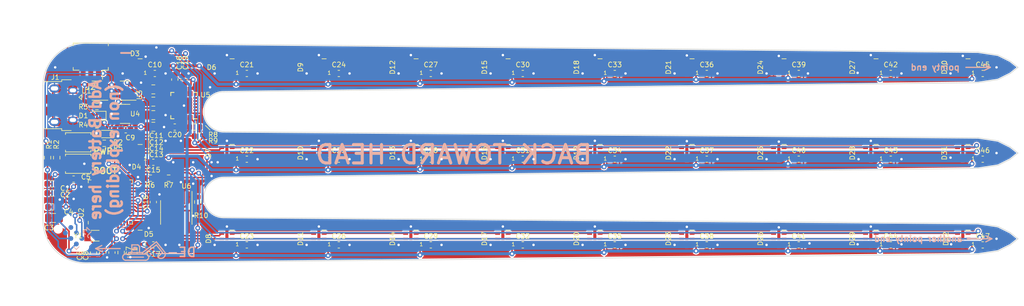
<source format=kicad_pcb>
(kicad_pcb (version 20221018) (generator pcbnew)
  (layers (0 "F.Cu" signal) (31 "B.Cu" signal) (34 "B.Paste" user) (35 "F.Paste" user) (36 "B.SilkS" user "B.Silkscreen") (37 "F.SilkS" user "F.Silkscreen") (38 "B.Mask" user) (39 "F.Mask" user) (44 "Edge.Cuts" user))
  (net 0 "")
  (net 1 "VCC")
  (net 2 "Net-(U4-BP)")
  (net 3 "Net-(U5-REGOUT)")
  (net 4 "GND")
  (net 5 "Net-(U5-CPOUT)")
  (net 6 "Net-(D1-A)")
  (net 7 "Net-(D3-CKO)")
  (net 8 "Net-(D3-SDO)")
  (net 9 "Net-(D4-CKO)")
  (net 10 "Net-(D4-SDO)")
  (net 11 "Net-(D5-CKO)")
  (net 12 "Net-(D5-SDO)")
  (net 13 "Net-(D6-CKO)")
  (net 14 "Net-(D6-SDO)")
  (net 15 "Net-(D10-CKI)")
  (net 16 "Net-(D10-SDI)")
  (net 17 "Net-(D11-CKI)")
  (net 18 "Net-(D11-SDI)")
  (net 19 "Net-(D12-CKI)")
  (net 20 "Net-(D12-SDI)")
  (net 21 "Net-(D10-CKO)")
  (net 22 "Net-(D10-SDO)")
  (net 23 "Net-(D11-CKO)")
  (net 24 "Net-(D11-SDO)")
  (net 25 "Net-(D12-CKO)")
  (net 26 "Net-(D12-SDO)")
  (net 27 "Net-(D13-CKO)")
  (net 28 "Net-(D13-SDO)")
  (net 29 "Net-(D14-CKO)")
  (net 30 "Net-(D14-SDO)")
  (net 31 "Net-(D15-CKO)")
  (net 32 "/STAT")
  (net 33 "Net-(D15-SDO)")
  (net 34 "/LED_ON")
  (net 35 "+BATT")
  (net 36 "+3V0")
  (net 37 "VBUS")
  (net 38 "VDDA")
  (net 39 "VS")
  (net 40 "/D-")
  (net 41 "/D+")
  (net 42 "/SWDIO")
  (net 43 "/nRESET")
  (net 44 "/SWCLK")
  (net 45 "/MOSI")
  (net 46 "/SCK")
  (net 47 "/MPU_SCL")
  (net 48 "/MPU_SDA")
  (net 49 "/BAT_SENSE")
  (net 50 "Net-(D16-CKO)")
  (net 51 "Net-(D16-SDO)")
  (net 52 "Net-(D17-CKO)")
  (net 53 "Net-(D17-SDO)")
  (net 54 "Net-(D18-CKO)")
  (net 55 "Net-(D18-SDO)")
  (net 56 "Net-(D19-CKO)")
  (net 57 "Net-(D19-SDO)")
  (net 58 "/led10_1/CKO")
  (net 59 "/led10_1/SDO")
  (net 60 "/led10_2/CKO")
  (net 61 "/led10_2/SDO")
  (net 62 "Net-(D20-CKO)")
  (net 63 "Net-(D20-SDO)")
  (net 64 "Net-(D21-CKO)")
  (net 65 "Net-(D21-SDO)")
  (net 66 "Net-(D22-CKO)")
  (net 67 "Net-(D22-SDO)")
  (net 68 "Net-(D23-CKO)")
  (net 69 "/led10_3/CKO")
  (net 70 "/led10_3/SDO")
  (net 71 "/X32_1")
  (net 72 "/X32_0")
  (net 73 "/PWR_ON")
  (net 74 "/FLASH_~{CS}")
  (net 75 "/FLASH_SCK")
  (net 76 "/FLASH_MOSI")
  (net 77 "/FLASH_MISO")
  (net 78 "Net-(D23-SDO)")
  (net 79 "Net-(D24-CKO)")
  (net 80 "Net-(D24-SDO)")
  (net 81 "Net-(D25-CKO)")
  (net 82 "Net-(D25-SDO)")
  (net 83 "Net-(D26-CKO)")
  (net 84 "Net-(D26-SDO)")
  (net 85 "Net-(D27-CKO)")
  (net 86 "Net-(D27-SDO)")
  (net 87 "Net-(R5-Pad1)")
  (net 88 "Net-(D28-CKO)")
  (net 89 "Net-(D28-SDO)")
  (net 90 "Net-(D29-CKO)")
  (net 91 "Net-(D29-SDO)")
  (net 95 "Net-(U1-PROG)")
  (footprint "Capacitor_SMD:C_0603_1608Metric" (layer "F.Cu") (at 143.25 83)
    (fp_text reference "C23")
    (fp_text value "100n")
  )
  (footprint "Capacitor_SMD:C_0603_1608Metric" (layer "F.Cu") (at 158.25 83)
    (fp_text reference "C26")
    (fp_text value "100n")
  )
  (footprint "Capacitor_SMD:C_0603_1608Metric" (layer "F.Cu") (at 173.25 83)
    (fp_text reference "C29")
    (fp_text value "100n")
  )
  (footprint "Capacitor_SMD:C_0603_1608Metric" (layer "F.Cu") (at 188.25 83)
    (fp_text reference "C32")
    (fp_text value "100n")
  )
  (footprint "Capacitor_SMD:C_0603_1608Metric" (layer "F.Cu") (at 203.25 83)
    (fp_text reference "C35")
    (fp_text value "100n")
  )
  (footprint "Capacitor_SMD:C_0603_1608Metric" (layer "F.Cu") (at 218.25 83)
    (fp_text reference "C38")
    (fp_text value "100n")
  )
  (footprint "Capacitor_SMD:C_0603_1608Metric" (layer "F.Cu") (at 233.25 83)
    (fp_text reference "C41")
    (fp_text value "100n")
  )
  (footprint "Capacitor_SMD:C_0603_1608Metric" (layer "F.Cu") (at 128 69.5)
    (fp_text reference "C15")
    (fp_text value "100n")
  )
  (footprint "Capacitor_SMD:C_0603_1608Metric" (layer "F.Cu") (at 143.25 69)
    (fp_text reference "C22")
    (fp_text value "100n")
  )
  (footprint "Capacitor_SMD:C_0603_1608Metric" (layer "F.Cu") (at 158.25 69)
    (fp_text reference "C25")
    (fp_text value "100n")
  )
  (footprint "Capacitor_SMD:C_0603_1608Metric" (layer "F.Cu") (at 173.25 69)
    (fp_text reference "C28")
    (fp_text value "100n")
  )
  (footprint "Capacitor_SMD:C_0603_1608Metric" (layer "F.Cu") (at 188.25 69)
    (fp_text reference "C31")
    (fp_text value "100n")
  )
  (footprint "Capacitor_SMD:C_0603_1608Metric" (layer "F.Cu") (at 203.25 69)
    (fp_text reference "C34")
    (fp_text value "100n")
  )
  (footprint "Capacitor_SMD:C_0603_1608Metric" (layer "F.Cu") (at 218.25 69)
    (fp_text reference "C37")
    (fp_text value "100n")
  )
  (footprint "Capacitor_SMD:C_0603_1608Metric" (layer "F.Cu") (at 233.25 69)
    (fp_text reference "C40")
    (fp_text value "100n")
  )
  (footprint "Capacitor_SMD:C_0603_1608Metric" (layer "F.Cu") (at 128.25 55)
    (fp_text reference "C10")
    (fp_text value "100n")
  )
  (footprint "Capacitor_SMD:C_0603_1608Metric" (layer "F.Cu") (at 143.25 55)
    (fp_text reference "C21")
    (fp_text value "100n")
  )
  (footprint "Capacitor_SMD:C_0603_1608Metric" (layer "F.Cu") (at 158.25 55)
    (fp_text reference "C24")
    (fp_text value "100n")
  )
  (footprint "Capacitor_SMD:C_0603_1608Metric" (layer "F.Cu") (at 173.25 55)
    (fp_text reference "C27")
    (fp_text value "100n")
  )
  (footprint "Capacitor_SMD:C_0603_1608Metric" (layer "F.Cu") (at 188.25 55)
    (fp_text reference "C30")
    (fp_text value "100n")
  )
  (footprint "Capacitor_SMD:C_0603_1608Metric" (layer "F.Cu") (at 203.25 55)
    (fp_text reference "C33")
    (fp_text value "100n")
  )
  (footprint "Capacitor_SMD:C_0603_1608Metric" (layer "F.Cu") (at 218.25 55)
    (fp_text reference "C36")
    (fp_text value "100n")
  )
  (footprint "Capacitor_SMD:C_0603_1608Metric" (layer "F.Cu") (at 233.25 55)
    (fp_text reference "C39")
    (fp_text value "100n")
  )
  (footprint "LED_SMD:LED-APA102-2020" (layer "F.Cu") (at 125 82 180)
    (fp_text reference "D5")
    (fp_text value "APA102-2020")
  )
  (footprint "LED_SMD:LED-APA102-2020" (layer "F.Cu") (at 140 82 180)
    (fp_text reference "D8")
    (fp_text value "APA102-2020")
  )
  (footprint "LED_SMD:LED-APA102-2020" (layer "F.Cu") (at 155 82 180)
    (fp_text reference "D11")
    (fp_text value "APA102-2020")
  )
  (footprint "LED_SMD:LED-APA102-2020" (layer "F.Cu") (at 170 82 180)
    (fp_text reference "D14")
    (fp_text value "APA102-2020")
  )
  (footprint "LED_SMD:LED-APA102-2020" (layer "F.Cu") (at 185 82 180)
    (fp_text reference "D17")
    (fp_text value "APA102-2020")
  )
  (footprint "LED_SMD:LED-APA102-2020" (layer "F.Cu") (at 200 82 180)
    (fp_text reference "D20")
    (fp_text value "APA102-2020")
  )
  (footprint "LED_SMD:LED-APA102-2020" (layer "F.Cu") (at 215 82 180)
    (fp_text reference "D23")
    (fp_text value "APA102-2020")
  )
  (footprint "LED_SMD:LED-APA102-2020" (layer "F.Cu") (at 230 82 180)
    (fp_text reference "D26")
    (fp_text value "APA102-2020")
  )
  (footprint "LED_SMD:LED-APA102-2020" (layer "F.Cu") (at 125 68 180)
    (fp_text reference "D4")
    (fp_text value "APA102-2020")
  )
  (footprint "LED_SMD:LED-APA102-2020" (layer "F.Cu") (at 140 68 180)
    (fp_text reference "D7")
    (fp_text value "APA102-2020")
  )
  (footprint "LED_SMD:LED-APA102-2020" (layer "F.Cu") (at 155 68 180)
    (fp_text reference "D10")
    (fp_text value "APA102-2020")
  )
  (footprint "LED_SMD:LED-APA102-2020" (layer "F.Cu") (at 170 68 180)
    (fp_text reference "D13")
    (fp_text value "APA102-2020")
  )
  (footprint "LED_SMD:LED-APA102-2020" (layer "F.Cu") (at 185 68 180)
    (fp_text reference "D16")
    (fp_text value "APA102-2020")
  )
  (footprint "LED_SMD:LED-APA102-2020" (layer "F.Cu") (at 200 68 180)
    (fp_text reference "D19")
    (fp_text value "APA102-2020")
  )
  (footprint "LED_SMD:LED-APA102-2020" (layer "F.Cu") (at 215 68 180)
    (fp_text reference "D22")
    (fp_text value "APA102-2020")
  )
  (footprint "LED_SMD:LED-APA102-2020" (layer "F.Cu") (at 230 68 180)
    (fp_text reference "D25")
    (fp_text value "APA102-2020")
  )
  (footprint "LED_SMD:LED-APA102-2020" (layer "F.Cu") (at 125 54 180)
    (fp_text reference "D3")
    (fp_text value "APA102-2020")
  )
  (footprint "LED_SMD:LED-APA102-2020" (layer "F.Cu") (at 140 54 180)
    (fp_text reference "D6")
    (fp_text value "APA102-2020")
  )
  (footprint "LED_SMD:LED-APA102-2020" (layer "F.Cu") (at 155 54 180)
    (fp_text reference "D9")
    (fp_text value "APA102-2020")
  )
  (footprint "LED_SMD:LED-APA102-2020" (layer "F.Cu") (at 170 54 180)
    (fp_text reference "D12")
    (fp_text value "APA102-2020")
  )
  (footprint "LED_SMD:LED-APA102-2020" (layer "F.Cu") (at 185 54 180)
    (fp_text reference "D15")
    (fp_text value "APA102-2020")
  )
  (footprint "LED_SMD:LED-APA102-2020" (layer "F.Cu") (at 200 54 180)
    (fp_text reference "D18")
    (fp_text value "APA102-2020")
  )
  (footprint "LED_SMD:LED-APA102-2020" (layer "F.Cu") (at 215 54 180)
    (fp_text reference "D21")
    (fp_text value "APA102-2020")
  )
  (footprint "LED_SMD:LED-APA102-2020" (layer "F.Cu") (at 230 54 180)
    (fp_text reference "D24")
    (fp_text value "APA102-2020")
  )
  (footprint "Capacitor_SMD:C_0603_1608Metric" (layer "F.Cu") (at 128 83)
    (fp_text reference "C17")
    (fp_text value "100n")
  )
  (footprint "Resistor_SMD:R_0603_1608Metric" (layer "F.Cu") (at 118.8 63.4)
    (fp_text reference "R4")
    (fp_text value "270R")
  )
  (footprint "Package_TO_SOT_SMD:SOT-23-6" (layer "F.Cu") (at 123.4 57.8 180)
    (fp_text reference "U3")
    (fp_text value "TPS22929D")
  )
  (footprint "Package_TO_SOT_SMD:SOT-23-5" (layer "F.Cu") (at 123.4 61.6)
    (fp_text reference "U4")
    (fp_text value "TPS79330-EP")
  )
  (footprint "Package_TO_SOT_SMD:SOT-23-5" (layer "F.Cu") (at 118.8 57.8 180)
    (fp_text reference "U1")
    (fp_text value "MCP73831-2-OT")
  )
  (footprint "Connector_USB:USB_Micro-B_Amphenol_10103594-0001LF_Horizontal" (layer "F.Cu") (at 113 60.2 -90)
    (fp_text reference "J1")
    (fp_text value "USB_B_Micro")
  )
  (footprint "Capacitor_SMD:C_0805_2012Metric" (layer "F.Cu") (at 128 59.6 180)
    (fp_text reference "C12")
    (fp_text value "4u7")
  )
  (footprint "Capacitor_SMD:C_0805_2012Metric" (layer "F.Cu") (at 128 57.6 180)
    (fp_text reference "C11")
    (fp_text value "4u7")
  )
  (footprint "Capacitor_SMD:C_0805_2012Metric" (layer "F.Cu") (at 128 63.7)
    (fp_text reference "C13")
    (fp_text value "4u7")
  )
  (footprint "Capacitor_SMD:C_0805_2012Metric" (layer "F.Cu") (at 111.8 78.6)
    (fp_text reference "C3")
    (fp_text value "4u7")
  )
  (footprint "Capacitor_SMD:C_0603_1608Metric" (layer "F.Cu") (at 111.6 76.8 180)
    (fp_text reference "C4")
    (fp_text value "100n")
  )
  (footprint "Capacitor_SMD:C_0603_1608Metric" (layer "F.Cu") (at 121.25 84.25 -90)
    (fp_text reference "C7")
    (fp_text value "100n")
  )
  (footprint "Capacitor_SMD:C_0603_1608Metric" (layer "F.Cu") (at 111.464999 73.024999 180)
    (fp_text reference "C1")
    (fp_text value "100n")
  )
  (footprint "Capacitor_SMD:C_0603_1608Metric" (layer "F.Cu") (at 123.5 64.2)
    (fp_text reference "C9")
    (fp_text value "10n")
  )
  (footprint "Resistor_SMD:R_0603_1608Metric" (layer "F.Cu") (at 122.75 84.25 90)
    (fp_text reference "L1")
    (fp_text value "BLM18")
  )
  (footprint "LED_SMD:LED_0603_1608Metric" (layer "F.Cu") (at 118.8085 61.9125 180)
    (fp_text reference "D1")
    (fp_text value "blue")
  )
  (footprint "Capacitor_SMD:C_0805_2012Metric" (layer "F.Cu") (at 128 61.8 180)
    (fp_text reference "C14")
    (fp_text value "4u7")
  )
  (footprint "Resistor_SMD:R_0603_1608Metric" (layer "F.Cu") (at 127.5 72.1 180)
    (fp_text reference "R6")
    (fp_text value "1k")
  )
  (footprint "Resistor_SMD:R_0603_1608Metric" (layer "F.Cu") (at 134.75 63.75 180)
    (fp_text reference "R8")
    (fp_text value "10k")
  )
  (footprint "Resistor_SMD:R_0603_1608Metric" (layer "F.Cu") (at 135.5 65.25 180)
    (fp_text reference "R9")
    (fp_text value "10k")
  )
  (footprint "Capacitor_SMD:C_0603_1608Metric" (layer "F.Cu") (at 133 56 90)
    (fp_text reference "C19")
    (fp_text value "100n")
  )
  (footprint "Capacitor_SMD:C_0603_1608Metric" (layer "F.Cu") (at 131.5 56 90)
    (fp_text reference "C18")
    (fp_text value "100n")
  )
  (footprint "Capacitor_SMD:C_0603_1608Metric" (layer "F.Cu") (at 131.5 63.75 180)
    (fp_text reference "C20")
    (fp_text value "2n2")
  )
  (footprint "Sensor_Motion:InvenSense_QFN-24_4x4mm_P0.5mm" (layer "F.Cu") (at 133 60.25 180)
    (fp_text reference "U5")
    (fp_text value "MPU-6050")
  )
  (footprint "Capacitor_SMD:C_0603_1608Metric" (layer "F.Cu") (at 111.464999 74.534999 180)
    (fp_text reference "C2")
    (fp_text value "1u")
  )
  (footprint "Resistor_SMD:R_0603_1608Metric" (layer "F.Cu") (at 110.75 68.75 -90)
    (fp_text reference "R1")
    (fp_text value "100k")
  )
  (footprint "Resistor_SMD:R_0603_1608Metric" (layer "F.Cu") (at 112.25 68.75 90)
    (fp_text reference "R2")
    (fp_text value "100k")
  )
  (footprint "Button_Switch_SMD:SW_Push_SPST_NO_Alps_SKRK" (layer "F.Cu") (at 115.75 66.25)
    (fp_text reference "SW1" hide)
    (fp_text value "SKRKAEE020")
  )
  (footprint "Resistor_SMD:R_0603_1608Metric" (layer "F.Cu") (at 120 66.4)
    (fp_text reference "R5")
    (fp_text value "270R")
  )
  (footprint "Resistor_SMD:R_0603_1608Metric" (layer "F.Cu") (at 130.5 72.1 180)
    (fp_text reference "R7")
    (fp_text value "270R")
  )
  (footprint "Connector_Molex:Molex_PicoBlade_53261-0371_1x03-1MP_P1.25mm_Horizontal" (layer "F.Cu") (at 117.8 52.75 180)
    (fp_text reference "J2")
    (fp_text value "Picoblade_01x03")
  )
  (footprint "Resistor_SMD:R_0603_1608Metric" (layer "F.Cu") (at 118.8 60.4)
    (fp_text reference "R3")
    (fp_text value "4.7k")
  )
  (footprint "Diode_SMD:D_SOD-523" (layer "F.Cu") (at 120.25 64.9 180)
    (fp_text reference "D2")
    (fp_text value "BZT52C2V7T-7")
  )
  (footprint "LED_SMD:LED-APA102-2020" (layer "F.Cu") (at 245 82 180)
    (fp_text reference "D29")
    (fp_text value "APA102-2020")
  )
  (footprint "LED_SMD:LED-APA102-2020" (layer "F.Cu") (at 260 82 180)
    (fp_text reference "D32")
    (fp_text value "APA102-2020")
  )
  (footprint "LED_SMD:LED-APA102-2020" (layer "F.Cu") (at 245 68 180)
    (fp_text reference "D28")
    (fp_text value "APA102-2020")
  )
  (footprint "LED_SMD:LED-APA102-2020" (layer "F.Cu") (at 260 68 180)
    (fp_text reference "D31")
    (fp_text value "APA102-2020")
  )
  (footprint "LED_SMD:LED-APA102-2020" (layer "F.Cu") (at 260 54 180)
    (fp_text reference "D30")
    (fp_text value "APA102-2020")
  )
  (footprint "Capacitor_SMD:C_0603_1608Metric" (layer "F.Cu") (at 248.25 55)
    (fp_text reference "C42")
    (fp_text value "100n")
  )
  (footprint "Capacitor_SMD:C_0603_1608Metric" (layer "F.Cu") (at 263.25 83)
    (fp_text reference "C47")
    (fp_text value "100n")
  )
  (footprint "Capacitor_SMD:C_0603_1608Metric" (layer "F.Cu") (at 248.25 69)
    (fp_text reference "C43")
    (fp_text value "100n")
  )
  (footprint "Capacitor_SMD:C_0603_1608Metric" (layer "F.Cu") (at 263.25 69)
    (fp_text reference "C46")
    (fp_text value "100n")
  )
  (footprint "Capacitor_SMD:C_0603_1608Metric" (layer "F.Cu") (at 263.25 55)
    (fp_text reference "C45")
    (fp_text value "100n")
  )
  (footprint "Capacitor_SMD:C_0603_1608Metric" (layer "F.Cu") (at 248.25 83)
    (fp_text reference "C44")
    (fp_text value "100n")
  )
  (footprint "LED_SMD:LED-APA102-2020" (layer "F.Cu") (at 245 54 180)
    (fp_text reference "D27")
    (fp_text value "APA102-2020")
  )
  (footprint "Crystal:Crystal_SMD_3215-2Pin_3.2x1.5mm" (layer "F.Cu") (at 118.5 81.5)
    (fp_text reference "Y1")
    (fp_text value "32kHz")
  )
  (footprint "Capacitor_SMD:C_0603_1608Metric" (layer "F.Cu") (at 118.25 84.25 -90)
    (fp_text reference "C6")
    (fp_text value "12p")
  )
  (footprint "Button_Switch_SMD:SW_Push_SPST_NO_Alps_SKRK" (layer "F.Cu") (at 115.75 69.75)
    (fp_text reference "SW2" hide)
    (fp_text value "SKRKAEE020")
  )
  (footprint "Package_DFN_QFN:QFN-48-1EP_7x7mm_P0.5mm_EP5.15x5.15mm" (layer "F.Cu") (at 121 76 90)
    (fp_text reference "U2")
    (fp_text value "ATSAMD21G18A-M")
  )
  (footprint "Capacitor_SMD:C_0603_1608Metric" (layer "F.Cu") (at 128 76 90)
    (fp_text reference "C16")
    (fp_text value "100n")
  )
  (footprint "Resistor_SMD:R_0603_1608Metric" (layer "F.Cu") (at 135.25 76 90)
    (fp_text reference "R10")
    (fp_text value "10k")
  )
  (footprint "Package_SO:SOIC-8_3.9x4.9mm_P1.27mm" (layer "F.Cu") (at 131.75 77.7 -90)
    (fp_text reference "U6")
    (fp_text value "AT25SF081-SSHD-X")
  )
  (footprint "Capacitor_SMD:C_0603_1608Metric" (layer "F.Cu") (at 119.75 84.25 -90)
    (fp_text reference "C8")
    (fp_text value "12p")
  )
  (footprint "Capacitor_SMD:C_0603_1608Metric" (layer "F.Cu") (at 115 72.25 180)
    (fp_text reference "C5")
    (fp_text value "100n")
  )
  (footprint "Connector:Tag-Connect_TC2030-IDC-NL_2x03_P1.27mm_Vertical" (layer "B.Cu") (at 115 81.5 135)
    (fp_text reference "J3")
    (fp_text value "SWD")
  )
  (gr_line (start 260.75 82) (end 264.75 82) (stroke (width 0.2)) (layer "B.SilkS"))
  (gr_line (start 264.75 82) (end 263.75 82.5) (stroke (width 0.2)) (layer "B.SilkS"))
  (gr_line (start 264.75 82) (end 263.75 81.5) (stroke (width 0.2)) (layer "B.SilkS"))
  (gr_line (start 122.6 83.6) (end 118.6 83.6) (stroke (width 0.2)) (layer "B.SilkS"))
  (gr_line (start 118.6 83.6) (end 119.6 83.1) (stroke (width 0.2)) (layer "B.SilkS"))
  (gr_line (start 118.6 83.6) (end 119.6 84.1) (stroke (width 0.2)) (layer "B.SilkS"))
  (gr_line (start 126.25 84.25) (end 126.25 84.5) (stroke (width 0.2)) (layer "B.SilkS"))
  (gr_arc (start 126.75 84.5) (mid 127.25 85) (end 126.75 85.5) (stroke (width 0.2)) (layer "B.SilkS"))
  (gr_line (start 125.5 83) (end 125.75 83.25) (stroke (width 0.2)) (layer "B.SilkS"))
  (gr_line (start 124 84.25) (end 124 84.5) (stroke (width 0.2)) (layer "B.SilkS"))
  (gr_line (start 264.5 54) (end 263.5 53.5) (stroke (width 0.2)) (layer "B.SilkS"))
  (gr_line (start 264.5 54) (end 263.5 54.5) (stroke (width 0.2)) (layer "B.SilkS"))
  (gr_line (start 123.5 85.5) (end 126.75 85.5) (stroke (width 0.2)) (layer "B.SilkS"))
  (gr_line (start 123.5 84.5) (end 126.75 84.5) (stroke (width 0.2)) (layer "B.SilkS"))
  (gr_line (start 124.5 83) (end 125.5 83) (stroke (width 0.2)) (layer "B.SilkS"))
  (gr_line (start 126.5 84.5) (end 128.5 83) (stroke (width 0.2)) (layer "B.SilkS"))
  (gr_arc (start 123.5 85.5) (mid 123 85) (end 123.5 84.5) (stroke (width 0.2)) (layer "B.SilkS"))
  (gr_arc (start 129.935993 84.328502) (mid 129.59839 85.115323) (end 128.750001 84.999999) (stroke (width 0.2)) (layer "B.SilkS"))
  (gr_line (start 125.75 83.25) (end 125.75 84.25) (stroke (width 0.2)) (layer "B.SilkS"))
  (gr_line (start 124.8 83.8) (end 125.2 83.8) (stroke (width 0.2)) (layer "B.SilkS"))
  (gr_line (start 128.5 83) (end 129.5 84.25) (stroke (width 0.2)) (layer "B.SilkS"))
  (gr_line (start 124.5 83) (end 124.5 84.25) (stroke (width 0.2)) (layer "B.SilkS"))
  (gr_line (start 260.5 54) (end 264.5 54) (stroke (width 0.2)) (layer "B.SilkS"))
  (gr_line (start 124.8 83.4) (end 125.2 83.4) (stroke (width 0.2)) (layer "B.SilkS"))
  (gr_line (start 124.8 83.6) (end 125.2 83.6) (stroke (width 0.2)) (layer "B.SilkS"))
  (gr_line (start 128.5 82.5) (end 129.95 84.3) (stroke (width 0.2)) (layer "B.SilkS"))
  (gr_line (start 124 84.25) (end 126.25 84.25) (stroke (width 0.2)) (layer "B.SilkS"))
  (gr_line (start 126.25 84.25) (end 128.5 82.5) (stroke (width 0.2)) (layer "B.SilkS"))
  (gr_line (start 123.8 85) (end 126.4 85) (stroke (width 0.2)) (layer "B.SilkS"))
  (gr_line (start 129.5 84.25) (end 128.75 85) (stroke (width 0.2)) (layer "B.SilkS"))
  (gr_line (start 127.25 68.25) (end 127.25 64.75) (stroke (width 0.12)) (layer "F.SilkS"))
  (gr_line (start 136.5 63.5) (end 137.25 64.25) (stroke (width 0.12)) (layer "F.SilkS"))
  (gr_arc (start 139.5 78.5) (mid 136.25 75.25) (end 139.5 72) (stroke (width 0.1)) (layer "Edge.Cuts"))
  (gr_line (start 139.5 64.5) (end 262.5 65.5) (stroke (width 0.1)) (layer "Edge.Cuts"))
  (gr_line (start 139.5 72) (end 262.5 70.5) (stroke (width 0.1)) (layer "Edge.Cuts"))
  (gr_line (start 117 86) (end 262.5 84.5) (stroke (width 0.1)) (layer "Edge.Cuts"))
  (gr_line (start 139.5 78.5) (end 262.5 79.5) (stroke (width 0.1)) (layer "Edge.Cuts"))
  (gr_arc (start 117 86) (mid 112.050253 83.949747) (end 110 79) (stroke (width 0.1)) (layer "Edge.Cuts"))
  (gr_line (start 262.5 70.5) (end 265.75 70) (stroke (width 0.1)) (layer "Edge.Cuts"))
  (gr_line (start 265.75 70) (end 267.75 69) (stroke (width 0.1)) (layer "Edge.Cuts"))
  (gr_line (start 265.75 66) (end 262.5 65.5) (stroke (width 0.1)) (layer "Edge.Cuts"))
  (gr_line (start 267.75 69) (end 269 68) (stroke (width 0.1)) (layer "Edge.Cuts"))
  (gr_line (start 267.75 67) (end 265.75 66) (stroke (width 0.1)) (layer "Edge.Cuts"))
  (gr_line (start 269 68) (end 267.75 67) (stroke (width 0.1)) (layer "Edge.Cuts"))
  (gr_line (start 267.75 53) (end 265.75 52) (stroke (width 0.1)) (layer "Edge.Cuts"))
  (gr_line (start 265.75 56) (end 267.75 55) (stroke (width 0.1)) (layer "Edge.Cuts"))
  (gr_line (start 265.75 52) (end 262.5 51.5) (stroke (width 0.1)) (layer "Edge.Cuts"))
  (gr_line (start 267.75 55) (end 269 54) (stroke (width 0.1)) (layer "Edge.Cuts"))
  (gr_line (start 269 54) (end 267.75 53) (stroke (width 0.1)) (layer "Edge.Cuts"))
  (gr_line (start 262.5 56.5) (end 265.75 56) (stroke (width 0.1)) (layer "Edge.Cuts"))
  (gr_line (start 269 82) (end 267.75 81) (stroke (width 0.1)) (layer "Edge.Cuts"))
  (gr_line (start 267.75 81) (end 265.75 80) (stroke (width 0.1)) (layer "Edge.Cuts"))
  (gr_line (start 267.75 83) (end 269 82) (stroke (width 0.1)) (layer "Edge.Cuts"))
  (gr_line (start 265.75 80) (end 262.5 79.5) (stroke (width 0.1)) (layer "Edge.Cuts"))
  (gr_line (start 265.75 84) (end 267.75 83) (stroke (width 0.1)) (layer "Edge.Cuts"))
  (gr_line (start 262.5 84.5) (end 265.75 84) (stroke (width 0.1)) (layer "Edge.Cuts"))
  (gr_arc (start 139.5 64.5) (mid 136.25 61.25) (end 139.5 58) (stroke (width 0.1)) (layer "Edge.Cuts"))
  (gr_line (start 139.5 58) (end 262.5 56.5) (stroke (width 0.1)) (layer "Edge.Cuts"))
  (gr_line (start 110 79) (end 110 57) (stroke (width 0.1)) (layer "Edge.Cuts"))
  (gr_line (start 262.5 51.5) (end 117 50) (stroke (width 0.1)) (layer "Edge.Cuts"))
  (gr_arc (start 110 57) (mid 112.050253 52.050253) (end 117 50) (stroke (width 0.1)) (layer "Edge.Cuts"))
  (gr_text "-" (at 123.5 51.5) (layer "B.SilkS") (effects (font (size 2 2) (thickness 0.3)) (justify mirror)))
  (gr_text "Add Battery here\n(non exploding)" (at 120 67.5 90) (layer "B.SilkS") (effects (font (size 1.8 1.8) (thickness 0.4)) (justify mirror)))
  (gr_text "BACK TOWARD HEAD" (at 177 68.25) (layer "B.SilkS") (effects (font (size 3 3) (thickness 0.5)) (justify mirror)))
  (gr_text "another pointy end" (at 252.75 82) (layer "B.SilkS") (effects (font (size 1 1) (thickness 0.2)) (justify mirror)))
  (gr_text "pointy end" (at 255.5 54) (layer "B.SilkS") (effects (font (size 1 1) (thickness 0.2)) (justify mirror)))
  (gr_text "DE-" (at 132.6 84.2) (layer "B.SilkS") (effects (font (size 1.5 1.5) (thickness 0.25)) (justify mirror)))
  (gr_text "PWR" (at 118.1 67.7) (layer "F.SilkS") (effects (font (size 1 1) (thickness 0.2)) (justify left)))
  (gr_text "BOOT" (at 118.1 70.9) (layer "F.SilkS") (effects (font (size 1 1) (thickness 0.2)) (justify left)))
  (segment (start 216.5 82.9) (end 217.1125 82.9) (width 0.25) (layer "F.Cu") (net 1))
  (segment (start 201.5 82.9) (end 202.1125 82.9) (width 0.25) (layer "F.Cu") (net 1))
  (segment (start 186.5 82.9) (end 187.1125 82.9) (width 0.25) (layer "F.Cu") (net 1))
  (segment (start 156.5 82.9) (end 157.1125 82.9) (width 0.25) (layer "F.Cu") (net 1))
  (segment (start 141.5 82.9) (end 142.1125 82.9) (width 0.25) (layer "F.Cu") (net 1))
  (segment (start 126.5 82.9) (end 127.1125 82.9) (width 0.25) (layer "F.Cu") (net 1))
  (segment (start 201.5 54.9) (end 202.1125 54.9) (width 0.25) (layer "F.Cu") (net 1))
  (segment (start 200.85 54.9) (end 201.5 54.9) (width 0.25) (layer "F.Cu") (net 1))
  (segment (start 230.85 54.9) (end 230.07 54.9) (width 0.25) (layer "F.Cu") (net 1))
  (segment (start 125.85 54.9) (end 127.1125 54.9) (width 0.25) (layer "F.Cu") (net 1))
  (segment (start 171.5 54.9) (end 172.1125 54.9) (width 0.25) (layer "F.Cu") (net 1))
  (segment (start 200.85 54.9) (end 200.07 54.9) (width 0.25) (layer "F.Cu") (net 1))
  (segment (start 215.85 54.9) (end 216.5 54.9) (width 0.25) (layer "F.Cu") (net 1))
  (segment (start 230.85 54.9) (end 231.5 54.9) (width 0.25) (layer "F.Cu") (net 1))
  (segment (start 216.5 54.9) (end 217.1125 54.9) (width 0.25) (layer "F.Cu") (net 1))
  (segment (start 201.5 54.9) (end 201.5 56.25) (width 0.25) (layer "F.Cu") (net 1))
  (segment (start 156.5 54.9) (end 157.1125 54.9) (width 0.25) (layer "F.Cu") (net 1))
  (segment (start 155.85 54.9) (end 155.07 54.9) (width 0.25) (layer "F.Cu") (net 1))
  (segment (start 186.5 54.9) (end 187.1125 54.9) (width 0.25) (layer "F.Cu") (net 1))
  (segment (start 140.85 54.9) (end 140.07 54.9) (width 0.25) (layer "F.Cu") (net 1))
  (segment (start 171.5 54.9) (end 171.4986 56.642171) (width 0.25) (layer "F.Cu") (net 1))
  (segment (start 141.5 54.9) (end 142.1125 54.9) (width 0.25) (layer "F.Cu") (net 1))
  (segment (start 216.5 54.9) (end 216.5 56) (width 0.25) (layer "F.Cu") (net 1))
  (segment (start 125.85 54.9) (end 125.07 54.9) (width 0.25) (layer "F.Cu") (net 1))
  (segment (start 141.5 54.9) (end 141.5 56.75) (width 0.25) (layer "F.Cu") (net 1))
  (segment (start 231.5 54.9) (end 231.5 55.75) (width 0.25) (layer "F.Cu") (net 1))
  (segment (start 186.5 54.9) (end 186.499317 56.447356) (width 0.25) (layer "F.Cu") (net 1))
  (segment (start 156.5 54.9) (end 156.5 56.75) (width 0.25) (layer "F.Cu") (net 1))
  (segment (start 170.85 54.9) (end 171.5 54.9) (width 0.25) (layer "F.Cu") (net 1))
  (segment (start 155.85 54.9) (end 156.5 54.9) (width 0.25) (layer "F.Cu") (net 1))
  (segment (start 215.85 54.9) (end 215.07 54.9) (width 0.25) (layer "F.Cu") (net 1))
  (segment (start 140.85 54.9) (end 141.5 54.9) (width 0.25) (layer "F.Cu") (net 1))
  (segment (start 185.85 54.9) (end 185.07 54.9) (width 0.25) (layer "F.Cu") (net 1))
  (segment (start 170.85 54.9) (end 170.07 54.9) (width 0.25) (layer "F.Cu") (net 1))
  (segment (start 185.85 54.9) (end 186.5 54.9) (width 0.25) (layer "F.Cu") (net 1))
  (segment (start 216.5 68.9) (end 216.5 70) (width 0.25) (layer "F.Cu") (net 1))
  (segment (start 201.5 68.9) (end 201.5 70.25) (width 0.25) (layer "F.Cu") (net 1))
  (segment (start 215.85 68.9) (end 215.07 68.9) (width 0.25) (layer "F.Cu") (net 1))
  (segment (start 155.85 68.9) (end 155.07 68.9) (width 0.25) (layer "F.Cu") (net 1))
  (segment (start 156.5 68.9) (end 157.1125 68.9) (width 0.25) (layer "F.Cu") (net 1))
  (segment (start 186.5 68.9) (end 187.1125 68.9) (width 0.25) (layer "F.Cu") (net 1))
  (segment (start 200.85 68.9) (end 201.5 68.9) (width 0.25) (layer "F.Cu") (net 1))
  (segment (start 141.5 68.9) (end 142.1125 68.9) (width 0.25) (layer "F.Cu") (net 1))
  (segment (start 201.5 68.9) (end 202.1125 68.9) (width 0.25) (layer "F.Cu") (net 1))
  (segment (start 185.85 68.9) (end 186.5 68.9) (width 0.25) (layer "F.Cu") (net 1))
  (segment (start 170.85 68.9) (end 170.07 68.9) (width 0.25) (layer "F.Cu") (net 1))
  (segment (start 156.5 68.9) (end 156.5 70.75) (width 0.25) (layer "F.Cu") (net 1))
  (segment (start 186.5 68.9) (end 186.499317 70.447356) (width 0.25) (layer "F.Cu") (net 1))
  (segment (start 171.5 68.9) (end 172.1125 68.9) (width 0.25) (layer "F.Cu") (net 1))
  (segment (start 231.5 68.9) (end 231.5 69.75) (width 0.25) (layer "F.Cu") (net 1))
  (segment (start 215.85 68.9) (end 216.5 68.9) (width 0.25) (layer "F.Cu") (net 1))
  (segment (start 141.5 68.9) (end 141.5 70.75) (width 0.25) (layer "F.Cu") (net 1))
  (segment (start 230.85 68.9) (end 231.5 68.9) (width 0.25) (layer "F.Cu") (net 1))
  (segment (start 140.85 68.9) (end 140.07 68.9) (width 0.25) (layer "F.Cu") (net 1))
  (segment (start 185.85 68.9) (end 185.07 68.9) (width 0.25) (layer "F.Cu") (net 1))
  (segment (start 216.5 68.9) (end 217.1125 68.9) (width 0.25) (layer "F.Cu") (net 1))
  (segment (start 170.85 68.9) (end 171.5 68.9) (width 0.25) (layer "F.Cu") (net 1))
  (segment (start 171.5 68.9) (end 171.4986 70.642171) (width 0.25) (layer "F.Cu") (net 1))
  (segment (start 200.85 68.9) (end 200.07 68.9) (width 0.25) (layer "F.Cu") (net 1))
  (segment (start 230.85 68.9) (end 230.07 68.9) (width 0.25) (layer "F.Cu") (net 1))
  (segment (start 155.85 68.9) (end 156.5 68.9) (width 0.25) (layer "F.Cu") (net 1))
  (segment (start 125.85 68.9) (end 125.07 68.9) (width 0.25) (layer "F.Cu") (net 1))
  (segment (start 140.85 68.9) (end 141.5 68.9) (width 0.25) (layer "F.Cu") (net 1))
  (segment (start 155.85 82.9) (end 155.07 82.9) (width 0.25) (layer "F.Cu") (net 1))
  (segment (start 261.5 69.75) (end 261.5 68.9) (width 0.25) (layer "F.Cu") (net 1))
  (segment (start 246.5 56) (end 246.5 55) (width 0.25) (layer "F.Cu") (net 1))
  (segment (start 215.85 82.9) (end 216.5 82.9) (width 0.25) (layer "F.Cu") (net 1))
  (segment (start 260.85 54.9) (end 261.5 54.9) (width 0.25) (layer "F.Cu") (net 1))
  (segment (start 126.2 58) (end 127.0625 58) (width 0.25) (layer "F.Cu") (net 1))
  (segment (start 246.5 82.9) (end 246.5 84) (width 0.25) (layer "F.Cu") (net 1))
  (segment (start 124.5 58.75) (end 125.45 58.75) (width 0.25) (layer "F.Cu") (net 1))
  (segment (start 127.2125 55) (end 127.2125 57.85) (width 0.25) (layer "F.Cu") (net 1))
  (segment (start 245.85 68.9) (end 245.07 68.9) (width 0.25) (layer "F.Cu") (net 1))
  (segment (start 155.85 82.9) (end 156.5 82.9) (width 0.25) (layer "F.Cu") (net 1))
  (segment (start 135.5 53.75) (end 131.25 53.75) (width 0.5) (layer "F.Cu") (net 1))
  (segment (start 141.5 82.9) (end 141.5 84.75) (width 0.25) (layer "F.Cu") (net 1))
  (segment (start 230.85 82.9) (end 231.5 82.9) (width 0.25) (layer "F.Cu") (net 1))
  (segment (start 231.5 82.9) (end 232.375 82.9) (width 0.25) (layer "F.Cu") (net 1))
  (segment (start 232.375 82.9) (end 232.475 83) (width 0.25) (layer "F.Cu") (net 1))
  (segment (start 125.85 68.9) (end 126.6125 68.9) (width 0.25) (layer "F.Cu") (net 1))
  (segment (start 245.85 54.9) (end 245.07 54.9) (width 0.25) (layer "F.Cu") (net 1))
  (segment (start 128 53.75) (end 127.2125 54.5375) (width 0.5) (layer "F.Cu") (net 1))
  (segment (start 170.85 82.9) (end 171.5 82.9) (width 0.25) (layer "F.Cu") (net 1))
  (segment (start 231.5 84) (end 231.5 82.9) (width 0.25) (layer "F.Cu") (net 1))
  (segment (start 185.85 82.9) (end 185.07 82.9) (width 0.25) (layer "F.Cu") (net 1))
  (segment (start 185.85 82.9) (end 186.5 82.9) (width 0.25) (layer "F.Cu") (net 1))
  (segment (start 126.5 82.9) (end 126.5 82.900008) (width 0.25) (layer "F.Cu") (net 1))
  (segment (start 246.5 82.9) (end 247.1125 82.9) (width 0.25) (layer "F.Cu") (net 1))
  (segment (start 127.2125 69.5) (end 128.01202 68.70048) (width 0.25) (layer "F.Cu") (net 1))
  (segment (start 261.5 82.9) (end 262.1125 82.9) (width 0.25) (layer "F.Cu") (net 1))
  (segment (start 215.85 82.9) (end 215.07 82.9) (width 0.25) (layer "F.Cu") (net 1))
  (segment (start 230.85 82.9) (end 230.07 82.9) (width 0.25) (layer "F.Cu") (net 1))
  (segment (start 261.49832 54.90168) (end 261.5 54.9) (width 0.25) (layer "F.Cu") (net 1))
  (segment (start 232.375 54.9) (end 232.475 55) (width 0.25) (layer "F.Cu") (net 1))
  (segment (start 200.85 82.9) (end 200.07 82.9) (width 0.25) (layer "F.Cu") (net 1))
  (segment (start 131.25 53.75) (end 128 53.75) (width 0.5) (layer "F.Cu") (net 1))
  (segment (start 260.85 82.9) (end 261.5 82.9) (width 0.25) (layer "F.Cu") (net 1))
  (segment (start 171.5 82.9) (end 172.1125 82.9) (width 0.25) (layer "F.Cu") (net 1))
  (segment (start 260.85 54.9) (end 260.07 54.9) (width 0.25) (layer "F.Cu") (net 1))
  (segment (start 232.375 68.9) (end 232.475 69) (width 0.25) (layer "F.Cu") (net 1))
  (segment (start 245.85 82.9) (end 246.5 82.9) (width 0.25) (layer "F.Cu") (net 1))
  (segment (start 170.85 82.9) (end 170.07 82.9) (width 0.25) (layer "F.Cu") (net 1))
  (segment (start 245.85 68.9) (end 246.5 68.9) (width 0.25) (layer "F.Cu") (net 1))
  (segment (start 128.01202 68.70048) (end 130.45048 68.70048) (width 0.25) (layer "F.Cu") (net 1))
  (segment (start 231.5 54.9) (end 232.375 54.9) (width 0.25) (layer "F.Cu") (net 1))
  (segment (start 260.85 82.9) (end 260.07 82.9) (width 0.25) (layer "F.Cu") (net 1))
  (segment (start 245.85 82.9) (end 245.07 82.9) (width 0.25) (layer "F.Cu") (net 1))
  (segment (start 260.85 68.9) (end 260.07 68.9) (width 0.25) (layer "F.Cu") (net 1))
  (segment (start 261.5 68.9) (end 262.1125 68.9) (width 0.25) (layer "F.Cu") (net 1))
  (segment (start 246.5 68.9) (end 247.1125 68.9) (width 0.25) (layer "F.Cu") (net 1))
  (segment (start 246.5 70) (end 246.5 68.9) (width 0.25) (layer "F.Cu") (net 1))
  (segment (start 261.49832 55.862167) (end 261.49832 54.90168) (width 0.25) (layer "F.Cu") (net 1))
  (segment (start 127.2125 54.5375) (end 127.2125 54.7875) (width 0.5) (layer "F.Cu") (net 1))
  (segment (start 140.85 82.9) (end 140.07 82.9) (width 0.25) (layer "F.Cu") (net 1))
  (segment (start 171.5 82.9) (end 171.4986 84.642171) (width 0.25) (layer "F.Cu") (net 1))
  (segment (start 260.85 68.9) (end 261.5 68.9) (width 0.25) (layer "F.Cu") (net 1))
  (segment (start 125.45 58.75) (end 126.2 58) (width 0.25) (layer "F.Cu") (net 1))
  (segment (start 186.5 82.9) (end 186.499317 84.447356) (width 0.25) (layer "F.Cu") (net 1))
  (segment (start 130.45048 68.70048) (end 130.5 68.75) (width 0.25) (layer "F.Cu") (net 1))
  (segment (start 231.5 68.9) (end 232.375 68.9) (width 0.25) (layer "F.Cu") (net 1))
  (segment (start 201.5 82.9) (end 201.5 84.25) (width 0.25) (layer "F.Cu") (net 1))
  (segment (start 261.5 54.9) (end 262.1125 54.9) (width 0.25) (layer "F.Cu") (net 1))
  (segment (start 125.85 82.9) (end 125.07 82.9) (width 0.25) (layer "F.Cu") (net 1))
  (segment (start 140.85 82.9) (end 141.5 82.9) (width 0.25) (layer "F.Cu") (net 1))
  (segment (start 126.6125 68.9) (end 127.2125 69.5) (width 0.25) (layer "F.Cu") (net 1))
  (segment (start 200.85 82.9) (end 201.5 82.9) (width 0.25) (layer "F.Cu") (net 1))
  (segment (start 216.5 82.9) (end 216.5 84) (width 0.25) (layer "F.Cu") (net 1))
  (segment (start 245.85 54.9) (end 247.1125 54.9) (width 0.25) (layer "F.Cu") (net 1))
  (segment (start 125.85 82.9) (end 126.5 82.9) (width 0.25) (layer "F.Cu") (net 1))
  (segment (start 261.5 82.9) (end 261.5 83.75) (width 0.25) (layer "F.Cu") (net 1))
  (segment (start 156.5 82.9) (end 156.5 84.75) (width 0.25) (layer "F.Cu") (net 1))
  (via (at 201.5 56.25) (size 0.8) (drill 0.4) (layers "F.Cu" "B.Cu") (net 1))
  (via (at 216.5 56) (size 0.8) (drill 0.4) (layers "F.Cu" "B.Cu") (net 1))
  (via (at 231.5 55.75) (size 0.8) (drill 0.4) (layers "F.Cu" "B.Cu") (net 1))
  (via (at 141.5 56.75) (size 0.8) (drill 0.4) (layers "F.Cu" "B.Cu") (net 1))
  (via (at 156.5 56.75) (size 0.8) (drill 0.4) (layers "F.Cu" "B.Cu") (net 1))
  (via (at 186.499317 56.447356) (size 0.8) (drill 0.4) (layers "F.Cu" "B.Cu") (net 1))
  (via (at 171.4986 56.642171) (size 0.8) (drill 0.4) (layers "F.Cu" "B.Cu") (net 1))
  (via (at 201.5 70.25) (size 0.8) (drill 0.4) (layers "F.Cu" "B.Cu") (net 1))
  (via (at 216.5 70) (size 0.8) (drill 0.4) (layers "F.Cu" "B.Cu") (net 1))
  (via (at 171.4986 70.642171) (size 0.8) (drill 0.4) (layers "F.Cu" "B.Cu") (net 1))
  (via (at 156.5 70.75) (size 0.8) (drill 0.4) (layers "F.Cu" "B.Cu") (net 1))
  (via (at 186.499317 70.447356) (size 0.8) (drill 0.4) (layers "F.Cu" "B.Cu") (net 1))
  (via (at 141.5 70.75) (size 0.8) (drill 0.4) (layers "F.Cu" "B.Cu") (net 1))
  (via (at 231.5 69.75) (size 0.8) (drill 0.4) (layers "F.Cu" "B.Cu") (net 1))
  (via (at 135.5 53.75) (size 0.8) (drill 0.4) (layers "F.Cu" "B.Cu") (net 1))
  (via (at 246.5 70) (size 0.8) (drill 0.4) (layers "F.Cu" "B.Cu") (net 1))
  (via (at 171.4986 84.642171) (size 0.8) (drill 0.4) (layers "F.Cu" "B.Cu") (net 1))
  (via (at 130.5 68.75) (size 0.8) (drill 0.4) (layers "F.Cu" "B.Cu") (net 1))
  (via (at 141.5 84.75) (size 0.8) (drill 0.4) (layers "F.Cu" "B.Cu") (net 1))
  (via (at 261.5 83.75) (size 0.8) (drill 0.4) (layers "F.Cu" "B.Cu") (net 1))
  (via (at 216.5 84) (size 0.8) (drill 0.4) (layers "F.Cu" "B.Cu") (net 1))
  (via (at 231.5 84) (size 0.8) (drill 0.4) (layers "F.Cu" "B.Cu") (net 1))
  (via (at 201.5 84.25) (size 0.8) (drill 0.4) (layers "F.Cu" "B.Cu") (net 1))
  (via (at 261.49832 55.862167) (size 0.8) (drill 0.4) (layers "F.Cu" "B.Cu") (net 1))
  (via (at 131.25 53.75) (size 0.8) (drill 0.4) (layers "F.Cu" "B.Cu") (net 1))
  (via (at 246.5 56) (size 0.8) (drill 0.4) (layers "F.Cu" "B.Cu") (net 1))
  (via (at 126.5 82.900008) (size 0.8) (drill 0.4) (layers "F.Cu" "B.Cu") (net 1))
  (via (at 246.5 84) (size 0.8) (drill 0.4) (layers "F.Cu" "B.Cu") (net 1))
  (via (at 156.5 84.75) (size 0.8) (drill 0.4) (layers "F.Cu" "B.Cu") (net 1))
  (via (at 186.499317 84.447356) (size 0.8) (drill 0.4) (layers "F.Cu" "B.Cu") (net 1))
  (via (at 261.5 69.75) (size 0.8) (drill 0.4) (layers "F.Cu" "B.Cu") (net 1))
  (segment (start 171.4986 56.642171) (end 156.607829 56.642171) (width 0.5) (layer "B.Cu") (net 1))
  (segment (start 133.5 65.25) (end 133.5 68.5) (width 0.5) (layer "B.Cu") (net 1))
  (segment (start 134 64.75) (end 133.5 65.25) (width 0.5) (layer "B.Cu") (net 1))
  (segment (start 138.548609 56.75) (end 141.5 56.75) (width 0.5) (layer "B.Cu") (net 1))
  (segment (start 216.5 84) (end 201.75 84) (width 0.5) (layer "B.Cu") (net 1))
  (segment (start 133.5 84.75) (end 133.5 68.5) (width 0.5) (layer "B.Cu") (net 1))
  (segment (start 230.934315 69.75) (end 230.684315 70) (width 0.5) (layer "B.Cu") (net 1))
  (segment (start 135.5 53.75) (end 135.548609 53.75) (width 0.5) (layer "B.Cu") (net 1))
  (segment (start 133.5 68.5) (end 131.25 68.5) (width 0.5) (layer "B.Cu") (net 1))
  (segment (start 186.696673 84.25) (end 186.499317 84.447356) (width 0.5) (layer "B.Cu") (net 1))
  (segment (start 133.5 84.75) (end 141.5 84.75) (width 0.5) (layer "B.Cu") (net 1))
  (segment (start 134 57) (end 134 64.75) (width 0.5) (layer "B.Cu") (net 1))
  (segment (start 216.5 84) (end 231.5 84) (width 0.5) (layer "B.Cu") (net 1))
  (segment (start 216.5 56) (end 246.5 56) (width 0.5) (layer "B.Cu") (net 1))
  (segment (start 186.696673 56.25) (end 186.499317 56.447356) (width 0.5) (layer "B.Cu") (net 1))
  (segment (start 131.25 54.25) (end 134 57) (width 0.5) (layer "B.Cu") (net 1))
  (segment (start 130.75 68.5) (end 130.5 68.75) (width 0.5) (layer "B.Cu") (net 1))
  (segment (start 156.607829 84.642171) (end 156.5 84.75) (width 0.5) (layer "B.Cu") (net 1))
  (segment (start 231.5 55.75) (end 228.508002 55.75) (width 0.5) (layer "B.Cu") (net 1))
  (segment (start 171.693415 70.447356) (end 171.4986 70.642171) (width 0.5) (layer "B.Cu") (net 1))
  (segment (start 156.5 56.75) (end 141.5 56.75) (width 0.5) (layer "B.Cu") (net 1))
  (segment (start 231.5 84) (end 246.5 84) (width 0.5) (layer "B.Cu") (net 1))
  (segment (start 156.5 84.75) (end 141.5 84.75) (width 0.5) (layer "B.Cu") (net 1))
  (segment (start 186.499317 84.447356) (end 171.693415 84.447356) (width 0.5) (layer "B.Cu") (net 1))
  (segment (start 186.499317 70.447356) (end 171.693415 70.447356) (width 0.5) (layer "B.Cu") (net 1))
  (segment (start 231.5 69.75) (end 230.934315 69.75) (width 0.5) (layer "B.Cu") (net 1))
  (segment (start 156.607829 56.642171) (end 156.5 56.75) (width 0.5) (layer "B.Cu") (net 1))
  (segment (start 216.5 56) (end 201.75 56) (width 0.5) (layer "B.Cu") (net 1))
  (segment (start 201.75 70) (end 230.684315 70) (width 0.5) (layer "B.Cu") (net 1))
  (segment (start 171.693415 84.447356) (end 171.4986 84.642171) (width 0.5) (layer "B.Cu") (net 1))
  (segment (start 135.548609 53.75) (end 138.548609 56.75) (width 0.5) (layer "B.Cu") (net 1))
  (segment (start 133.5 84.75) (end 128.349992 84.75) (width 0.5) (layer "B.Cu") (net 1))
  (segment (start 186.499317 56.447356) (end 171.693415 56.447356) (width 0.5) (layer "B.Cu") (net 1))
  (segment (start 201.75 70) (end 201.5 70.25) (width 0.5) (layer "B.Cu") (net 1))
  (segment (start 137.5 70.75) (end 135.25 68.5) (width 0.5) (layer "B.Cu") (net 1))
  (segment (start 246.5 56) (end 261.5 56) (width 0.5) (layer "B.Cu") (net 1))
  (segment (start 171.4986 84.642171) (end 156.607829 84.642171) (width 0.5) (layer "B.Cu") (net 1))
  (segment (start 201.5 70.25) (end 186.696673 70.25) (width 0.5) (layer "B.Cu") (net 1))
  (segment (start 201.75 56) (end 201.5 56.25) (width 0.5) (layer "B.Cu") (net 1))
  (segment (start 141.5 70.75) (end 137.5 70.75) (width 0.5) (layer "B.Cu") (net 1))
  (segment (start 128.349992 84.75) (end 126.5 82.900008) (width 0.5) (layer "B.Cu") (net 1))
  (segment (start 201.5 56.25) (end 186.696673 56.25) (width 0.5) (layer "B.Cu") (net 1))
  (segment (start 131.25 53.75) (end 131.25 54.25) (width 0.5) (layer "B.Cu") (net 1))
  (segment (start 201.75 84) (end 201.5 84.25) (width 0.5) (layer "B.Cu") (net 1))
  (segment (start 156.5 70.75) (end 141.5 70.75) (width 0.5) (layer "B.Cu") (net 1))
  (segment (start 135.25 68.5) (end 133.5 68.5) (width 0.5) (layer "B.Cu") (net 1))
  (segment (start 261.25 84) (end 261.5 83.75) (width 0.5) (layer "B.Cu") (net 1))
  (segment (start 246.5 70) (end 261.25 70) (width 0.5) (layer "B.Cu") (net 1))
  (segment (start 171.4986 70.642171) (end 156.607829 70.642171) (width 0.5) (layer "B.Cu") (net 1))
  (segment (start 246.5 84) (end 261.25 84) (width 0.5) (layer "B.Cu") (net 1))
  (segment (start 186.696673 70.25) (end 186.499317 70.447356) (width 0.5) (layer "B.Cu") (net 1))
  (segment (start 228.508002 55.75) (end 228.258002 56) (width 0.5) (layer "B.Cu") (net 1))
  (segment (start 261.25 70) (end 261.5 69.75) (width 0.5) (layer "B.Cu") (net 1))
  (segment (start 171.693415 56.447356) (end 171.4986 56.642171) (width 0.5) (layer "B.Cu") (net 1))
  (segment (start 201.5 84.25) (end 186.696673 84.25) (width 0.5) (layer "B.Cu") (net 1))
  (segment (start 156.607829 70.642171) (end 156.5 70.75) (width 0.5) (layer "B.Cu") (net 1))
  (segment (start 131.25 68.5) (end 130.75 68.5) (width 0.5) (layer "B.Cu") (net 1))
  (segment (start 230.684315 70) (end 246.5 70) (width 0.5) (layer "B.Cu") (net 1))
  (segment (start 124.2875 64.2) (end 124.2875 62.7625) (width 0.25) (layer "F.Cu") (net 2))
  (segment (start 124.2875 62.7625) (end 124.5 62.55) (width 0.25) (layer "F.Cu") (net 2))
  (segment (start 132.75 58.3) (end 132.75 57.025) (width 0.25) (layer "F.Cu") (net 3))
  (segment (start 132.75 57.025) (end 133 56.775) (width 0.25) (layer "F.Cu") (net 3))
  (segment (start 138.1 54.9) (end 138 55) (width 0.25) (layer "F.Cu") (net 4))
  (segment (start 173.7875 55) (end 175 55) (width 0.25) (layer "F.Cu") (net 4))
  (segment (start 184.15 54.9) (end 183.1 54.9) (width 0.25) (layer "F.Cu") (net 4))
  (segment (start 128.7875 55) (end 130 55) (width 0.25) (layer "F.Cu") (net 4))
  (segment (start 185 53.41) (end 185 52) (width 0.25) (layer "F.Cu") (net 4))
  (segment (start 123.1 54.9) (end 123 55) (width 0.25) (layer "F.Cu") (net 4))
  (segment (start 230 52.13583) (end 229.999266 52.136564) (width 0.25) (layer "F.Cu") (net 4))
  (segment (start 228.1 54.9) (end 228 55) (width 0.25) (layer "F.Cu") (net 4))
  (segment (start 124.15 54.9) (end 123.1 54.9) (width 0.25) (layer "F.Cu") (net 4))
  (segment (start 218.7875 55) (end 220 55) (width 0.25) (layer "F.Cu") (net 4))
  (segment (start 139.15 54.9) (end 138.1 54.9) (width 0.25) (layer "F.Cu") (net 4))
  (segment (start 229.15 54.9) (end 228.1 54.9) (width 0.25) (layer "F.Cu") (net 4))
  (segment (start 153.1 54.9) (end 153 55) (width 0.25) (layer "F.Cu") (net 4))
  (segment (start 203.7875 55) (end 205 55) (width 0.25) (layer "F.Cu") (net 4))
  (segment (start 158.7875 55) (end 160 55) (width 0.25) (layer "F.Cu") (net 4))
  (segment (start 215 52) (end 215 52.055622) (width 0.25) (layer "F.Cu") (net 4))
  (segment (start 143.7875 55) (end 145 55) (width 0.25) (layer "F.Cu") (net 4))
  (segment (start 214.15 54.9) (end 213.1 54.9) (width 0.25) (layer "F.Cu") (net 4))
  (segment (start 168.1 54.9) (end 168 55) (width 0.25) (layer "F.Cu") (net 4))
  (segment (start 198.1 54.9) (end 198 55) (width 0.25) (layer "F.Cu") (net 4))
  (segment (start 140 53.41) (end 140 52) (width 0.25) (layer "F.Cu") (net 4))
  (segment (start 188.7875 55) (end 190 55) (width 0.25) (layer "F.Cu") (net 4))
  (segment (start 169.15 54.9) (end 168.1 54.9) (width 0.25) (layer "F.Cu") (net 4))
  (segment (start 213.1 54.9) (end 213 55) (width 0.25) (layer "F.Cu") (net 4))
  (segment (start 170 53.41) (end 170 52) (width 0.25) (layer "F.Cu") (net 4))
  (segment (start 183.1 54.9) (end 183 55) (width 0.25) (layer "F.Cu") (net 4))
  (segment (start 155 53.41) (end 155 52) (width 0.25) (layer "F.Cu") (net 4))
  (segment (start 200 53.41) (end 200 52) (width 0.25) (layer "F.Cu") (net 4))
  (segment (start 215 52.055622) (end 214.9997 52.055922) (width 0.25) (layer "F.Cu") (net 4))
  (segment (start 230 52) (end 230 52.13583) (width 0.25) (layer "F.Cu") (net 4))
  (segment (start 215 53.41) (end 214.9997 52.055922) (width 0.25) (layer "F.Cu") (net 4))
  (segment (start 230 53.41) (end 229.999266 52.136564) (width 0.25) (layer "F.Cu") (net 4))
  (segment (start 199.15 54.9) (end 198.1 54.9) (width 0.25) (layer "F.Cu") (net 4))
  (segment (start 154.15 54.9) (end 153.1 54.9) (width 0.25) (layer "F.Cu") (net 4))
  (segment (start 173.7875 69) (end 175 69) (width 0.25) (layer "F.Cu") (net 4))
  (segment (start 198.1 68.9) (end 198 69) (width 0.25) (layer "F.Cu") (net 4))
  (segment (start 215 66.055622) (end 214.9997 66.055922) (width 0.25) (layer "F.Cu") (net 4))
  (segment (start 188.7875 69) (end 190 69) (width 0.25) (layer "F.Cu") (net 4))
  (segment (start 183.1 68.9) (end 183 69) (width 0.25) (layer "F.Cu") (net 4))
  (segment (start 140 67.41) (end 140 66) (width 0.25) (layer "F.Cu") (net 4))
  (segment (start 228.1 68.9) (end 228 69) (width 0.25) (layer "F.Cu") (net 4))
  (segment (start 153.1 68.9) (end 153 69) (width 0.25) (layer "F.Cu") (net 4))
  (segment (start 200 67.41) (end 200 66) (width 0.25) (layer "F.Cu") (net 4))
  (segment (start 230 66) (end 230 66.13583) (width 0.25) (layer "F.Cu") (net 4))
  (segment (start 143.7875 69) (end 145 69) (width 0.25) (layer "F.Cu") (net 4))
  (segment (start 230 66.13583) (end 229.999266 66.136564) (width 0.25) (layer "F.Cu") (net 4))
  (segment (start 155 67.41) (end 155 66) (width 0.25) (layer "F.Cu") (net 4))
  (segment (start 214.15 68.9) (end 213.1 68.9) (width 0.25) (layer "F.Cu") (net 4))
  (segment (start 170 67.41) (end 170 66) (width 0.25) (layer "F.Cu") (net 4))
  (segment (start 230 67.41) (end 229.999266 66.136564) (width 0.25) (layer "F.Cu") (net 4))
  (segment (start 218.7875 69) (end 220 69) (width 0.25) (layer "F.Cu") (net 4))
  (segment (start 203.7875 69) (end 205 69) (width 0.25) (layer "F.Cu") (net 4))
  (segment (start 158.7875 69) (end 160 69) (width 0.25) (layer "F.Cu") (net 4))
  (segment (start 138.1 68.9) (end 138 69) (width 0.25) (layer "F.Cu") (net 4))
  (segment (start 215 67.41) (end 214.9997 66.055922) (width 0.25) (layer "F.Cu") (net 4))
  (segment (start 215 66) (end 215 66.055622) (width 0.25) (layer "F.Cu") (net 4))
  (segment (start 154.15 68.9) (end 153.1 68.9) (width 0.25) (layer "F.Cu") (net 4))
  (segment (start 168.1 68.9) (end 168 69) (width 0.25) (layer "F.Cu") (net 4))
  (segment (start 139.15 68.9) (end 138.1 68.9) (width 0.25) (layer "F.Cu") (net 4))
  (segment (start 229.15 68.9) (end 228.1 68.9) (width 0.25) (layer "F.Cu") (net 4))
  (segment (start 169.15 68.9) (end 168.1 68.9) (width 0.25) (layer "F.Cu") (net 4))
  (segment (start 184.15 68.9) (end 183.1 68.9) (width 0.25) (layer "F.Cu") (net 4))
  (segment (start 213.1 68.9) (end 213 69) (width 0.25) (layer "F.Cu") (net 4))
  (segment (start 185 67.41) (end 185 66) (width 0.25) (layer "F.Cu") (net 4))
  (segment (start 199.15 68.9) (end 198.1 68.9) (width 0.25) (layer "F.Cu") (net 4))
  (segment (start 215 80.055622) (end 214.9997 80.055922) (width 0.25) (layer "F.Cu") (net 4))
  (segment (start 230 80.13583) (end 229.999266 80.136564) (width 0.25) (layer "F.Cu") (net 4))
  (segment (start 125 67.41) (end 125 66.40001) (width 0.25) (layer "F.Cu") (net 4))
  (segment (start 244.15 82.9) (end 242.85 82.9) (width 0.25) (layer "F.Cu") (net 4))
  (segment (start 245 80.007807) (end 244.999938 80.007745) (width 0.25) (layer "F.Cu") (net 4))
  (segment (start 119.5875 59.825) (end 119.5625 59.8) (width 0.25) (layer "F.Cu") (net 4))
  (segment (start 259.15 82.9) (end 258.1 82.9) (width 0.25) (layer "F.Cu") (net 4))
  (segment (start 188.7875 83) (end 190 83) (width 0.25) (layer "F.Cu") (net 4))
  (segment (start 249.75 69) (end 250 69) (width 0.25) (layer "F.Cu") (net 4))
  (segment (start 125 52.42) (end 125.17 52.25) (width 0.25) (layer "F.Cu") (net 4))
  (segment (start 248.7875 55) (end 250 55) (width 0.25) (layer "F.Cu") (net 4))
  (segment (start 139.15 82.9) (end 138.1 82.9) (width 0.25) (layer "F.Cu") (net 4))
  (segment (start 169.15 82.9) (end 168.1 82.9) (width 0.25) (layer "F.Cu") (net 4))
  (segment (start 111.615 61.135) (end 111.615 62.635) (width 0.25) (layer "F.Cu") (net 4))
  (segment (start 125 80.42) (end 125.17 80.25) (width 0.25) (layer "F.Cu") (net 4))
  (segment (start 138.1 82.9) (end 138 83) (width 0.25) (layer "F.Cu") (net 4))
  (segment (start 125.40001 66) (end 130 66) (width 0.25) (layer "F.Cu") (net 4))
  (segment (start 114.885 57.755) (end 112.195 57.755) (width 0.25) (layer "F.Cu") (net 4))
  (segment (start 115.012299 75.512299) (end 115.012299 75.487701) (width 0.25) (layer "F.Cu") (net 4))
  (segment (start 264.5 83) (end 265.5 82) (width 0.25) (layer "F.Cu") (net 4))
  (segment (start 233.7875 55) (end 234.75 55) (width 0.25) (layer "F.Cu") (net 4))
  (segment (start 138 69) (end 137.5 69.5) (width 0.25) (layer "F.Cu") (net 4))
  (segment (start 122.7125 64.7875) (end 122.25 65.25) (width 0.25) (layer "F.Cu") (net 4))
  (segment (start 258.1 54.9) (end 258 55) (width 0.25) (layer "F.Cu") (net 4))
  (segment (start 173.7875 83) (end 175 83) (width 0.25) (layer "F.Cu") (net 4))
  (segment (start 129 74.75) (end 128.75 74.5) (width 0.25) (layer "F.Cu") (net 4))
  (segment (start 264.5 55) (end 265.5 54) (width 0.25) (layer "F.Cu") (net 4))
  (segment (start 112.25 67.9625) (end 114.9625 67.9625) (width 0.25) (layer "F.Cu") (net 4))
  (segment (start 115.25 75.75) (end 115.012299 75.512299) (width 0.25) (layer "F.Cu") (net 4))
  (segment (start 128 74.5) (end 128 75.225) (width 0.25) (layer "F.Cu") (net 4))
  (segment (start 114.225 71.275) (end 115.75 69.75) (width 0.25) (layer "F.Cu") (net 4))
  (segment (start 121.25 85.0375) (end 119.7625 85.0375) (width 0.25) (layer "F.Cu") (net 4))
  (segment (start 119.5875 60.4) (end 119.5875 59.825) (width 0.25) (layer "F.Cu") (net 4))
  (segment (start 248.7875 83) (end 249.9 83) (width 0.25) (layer "F.Cu") (net 4))
  (segment (start 128.7875 69.5) (end 131.25 69.5) (width 0.25) (layer "F.Cu") (net 4))
  (segment (start 245 81.41) (end 245 80.007807) (width 0.25) (layer "F.Cu") (net 4))
  (segment (start 112.75 75.6) (end 110.85 75.6) (width 0.25) (layer "F.Cu") (net 4))
  (segment (start 158.7875 83) (end 160 83) (width 0.25) (layer "F.Cu") (net 4))
  (segment (start 153.1 82.9) (end 153 83) (width 0.25) (layer "F.Cu") (net 4))
  (segment (start 258.15 68.9) (end 258 68.75) (width 0.25) (layer "F.Cu") (net 4))
  (segment (start 218.7875 83) (end 220 83) (width 0.25) (layer "F.Cu") (net 4))
  (segment (start 198.1 82.9) (end 198 83) (width 0.25) (layer "F.Cu") (net 4))
  (segment (start 245 66) (end 245 66.007683) (width 0.25) (layer "F.Cu") (net 4))
  (segment (start 143.7875 83) (end 145 83) (width 0.25) (layer "F.Cu") (net 4))
  (segment (start 111.885 62.905) (end 114.715 62.905) (width 0.25) (layer "F.Cu") (net 4))
  (segment (start 114.225 73.275) (end 114 73.5) (width 0.25) (layer "F.Cu") (net 4))
  (segment (start 248.7875 69) (end 249.75 69) (width 0.25) (layer "F.Cu") (net 4))
  (segment (start 125 53.41) (end 125 52.42) (width 0.25) (layer "F.Cu") (net 4))
  (segment (start 130.3 61.5) (end 130 61.8) (width 0.2) (layer "F.Cu") (net 4))
  (segment (start 214.15 82.9) (end 213.1 82.9) (width 0.25) (layer "F.Cu") (net 4))
  (segment (start 140 81.41) (end 140 80) (width 0.25) (layer "F.Cu") (net 4))
  (segment (start 244.15 54.9) (end 242.85 54.9) (width 0.25) (layer "F.Cu") (net 4))
  (segment (start 122.3 61.6) (end 121.2 61.6) (width 0.25) (layer "F.Cu") (net 4))
  (segment (start 170 81.41) (end 170 80) (width 0.25) (layer "F.Cu") (net 4))
  (segment (start 118.25 85.025) (end 114.025 85.025) (width 0.25) (layer "F.Cu") (net 4))
  (segment (start 185 81.41) (end 185 80) (width 0.25) (layer "F.Cu") (net 4))
  (segment (start 118.8 58.12) (end 118.8 59.12501) (width 0.25) (layer "F.Cu") (net 4))
  (segment (start 168.1 82.9) (end 168 83) (width 0.25) (layer "F.Cu") (net 4))
  (segment (start 124.15 69.950004) (end 124.499516 70.29952) (width 0.25) (layer "F.Cu") (net 4))
  (segment (start 115.75 68.75) (end 114.9625 67.9625) (width 0.25) (layer "F.Cu") (net 4))
  (segment (start 130.2125 55.2125) (end 130 55) (width 0.25) (layer "F.Cu") (net 4))
  (segment (start 260 53.41) (end 260 52.42) (width 0.25) (layer "F.Cu") (net 4))
  (segment (start 234.575 82.75) (end 235 82.75) (width 0.25) (layer "F.Cu") (net 4))
  (segment (start 117.5625 75.75) (end 115.25 75.75) (width 0.25) (layer "F.Cu") (net 4))
  (segment (start 122.3 57.8) (end 121.2 57.8) (width 0.25) (layer "F.Cu") (net 4))
  (segment (start 259.15 54.9) (end 258.1 54.9) (width 0.25) (layer "F.Cu") (net 4))
  (segment (start 125.28 57.8) (end 124.5 57.8) (width 0.25) (layer "F.Cu") (net 4))
  (segment (start 133 55.2125) (end 131.5 55.2125) (width 0.25) (layer "F.Cu") (net 4))
  (segment (start 133.5375 55.2125) (end 133.75 55) (width 0.25) (layer "F.Cu") (net 4))
  (segment (start 119.9 57.8) (end 119.12 57.8) (width 0.25) (layer "F.Cu") (net 4))
  (segment (start 125 66.40001) (end 125.40001 66) (width 0.25) (layer "F.Cu") (net 4))
  (segment (start 119.55 64.9) (end 118.9 64.9) (width 0.25) (layer "F.Cu") (net 4))
  (segment (start 234.325 83) (end 234.575 82.75) (width 0.25) (layer "F.Cu") (net 4))
  (segment (start 110.85 75.6) (end 110.677499 75.427499) (width 0.25) (layer "F.Cu") (net 4))
  (segment (start 128.7875 70.26202) (end 128.7875 69.5) (width 0.25) (layer "F.Cu") (net 4))
  (segment (start 259.15 68.9) (end 258.15 68.9) (width 0.25) (layer "F.Cu") (net 4))
  (segment (start 110.8625 81.8625) (end 110.8625 78.6) (width 0.25) (layer "F.Cu") (net 4))
  (segment (start 215 81.41) (end 214.9997 80.055922) (width 0.25) (layer "F.Cu") (net 4))
  (segment (start 110.677499 73.024999) (end 110.677499 74.534999) (width 0.25) (layer "F.Cu") (net 4))
  (segment (start 183.1 82.9) (end 183 83) (width 0.25) (layer "F.Cu") (net 4))
  (segment (start 115.75 69.75) (end 115.75 68.75) (width 0.25) (layer "F.Cu") (net 4))
  (segment (start 245 66.007683) (end 244.999938 66.007745) (width 0.25) (layer "F.Cu") (net 4))
  (segment (start 213.1 82.9) (end 213 83) (width 0.25) (layer "F.Cu") (net 4))
  (segment (start 124.29952 83.79952) (end 127.98798 83.79952) (width 0.25) (layer "F.Cu") (net 4))
  (segment (start 119.12 57.8) (end 118.8 58.12) (width 0.25) (layer "F.Cu") (net 4))
  (segment (start 230 80) (end 230 80.13583) (width 0.25) (layer "F.Cu") (net 4))
  (segment (start 243.1 68.9) (end 243 69) (width 0.25) (layer "F.Cu") (net 4))
  (segment (start 125.82598 72.25) (end 126.7125 72.25) (width 0.25) (layer "F.Cu") (net 4))
  (segment (start 130.7125 63.75) (end 128.9875 63.75) (width 0.2) (layer "F.Cu") (net 4))
  (segment (start 155 81.41) (end 155 80) (width 0.25) (layer "F.Cu") (net 4))
  (segment (start 249.9 83) (end 250 82.9) (width 0.25) (layer "F.Cu") (net 4))
  (segment (start 125.17 52.25) (end 126.75 52.25) (width 0.25) (layer "F.Cu") (net 4))
  (segment (start 125.8 56.7) (end 125.8 57.28) (width 0.25) (layer "F.Cu") (net 4))
  (segment (start 110.677499 75.427499) (end 110.677499 74.534999) (width 0.25) (layer "F.Cu") (net 4))
  (segment (start 263.7875 83) (end 264.5 83) (width 0.25) (layer "F.Cu") (net 4))
  (segment (start 124.4375 76.25) (end 121.25 76.25) (width 0.25) (layer "F.Cu") (net 4))
  (segment (start 115.75 69.75) (end 116.75 69.75) (width 0.25) (layer "F.Cu") (net 4))
  (segment (start 233.7875 83) (end 234.325 83) (width 0.25) (layer "F.Cu") (net 4))
  (segment (start 111.615 59.215) (end 111.615 61.135) (width 0.25) (layer "F.Cu") (net 4))
  (segment (start 114.225 72.25) (end 114.225 73.275) (width 0.25) (layer "F.Cu") (net 4))
  (segment (start 121.2 61.6) (end 121.2 57.850003) (width 0.25) (layer "F.Cu") (net 4))
  (segment (start 128.7875 83) (end 130 83) (width 0.25) (layer "F.Cu") (net 4))
  (segment (start 119.5625 59.8) (end 119.47499 59.8) (width 0.25) (layer "F.Cu") (net 4))
  (segment (start 250 83) (end 250 82.9) (width 0.25) (layer "F.Cu") (net 4))
  (segment (start 124.15 68.9) (end 124.15 69.950004) (width 0.25) (layer "F.Cu") (net 4))
  (segment (start 114.765 61.475) (end 111.955 61.475) (width 0.25) (layer "F.Cu") (net 4))
  (segment (start 133 55.2125) (end 133.5375 55.2125) (width 0.25) (layer "F.Cu") (net 4))
  (segment (start 124.15 83.65) (end 124.29952 83.79952) (width 0.25) (layer "F.Cu") (net 4))
  (segment (start 128.75 74.5) (end 128 74.5) (width 0.25) (layer "F.Cu") (net 4))
  (segment (start 118.75 72.5625) (end 118.75 73.75) (width 0.25) (layer "F.Cu") (net 4))
  (segment (start 118.8 59.12501) (end 119.074991 59.400001) (width 0.25) (layer "F.Cu") (net 4))
  (segment (start 260 52.12451) (end 259.99975 52.12426) (width 0.25) (layer "F.Cu") (net 4))
  (segment (start 116.75 69.75) (end 117.85 69.75) (width 0.25) (layer "F.Cu") (net 4))
  (segment (start 184.15 82.9) (end 183.1 82.9) (width 0.25) (layer "F.Cu") (net 4))
  (segment (start 228.1 82.9) (end 228 83) (width 0.25) (layer "F.Cu") (net 4))
  (segment (start 138.5 69.5) (end 137.5 69.5) (width 0.25) (layer "F.Cu") (net 4))
  (segment (start 215 80) (end 215 80.055622) (width 0.25) (layer "F.Cu") (net 4))
  (segment (start 263.7875 55) (end 264.5 55) (width 0.25) (layer "F.Cu") (net 4))
  (segment (start 126 56.5) (end 125.8 56.7) (width 0.25) (layer "F.Cu") (net 4))
  (segment (start 129.025 74.775) (end 129 74.75) (width 0.25) (layer "F.Cu") (net 4))
  (segment (start 119.75 85.025) (end 118.25 85.025) (width 0.25) (layer "F.Cu") (net 4))
  (segment (start 125.8 57.28) (end 125.28 57.8) (width 0.25) (layer "F.Cu") (net 4))
  (segment (start 111.615 59.215) (end 111.615 57.715) (width 0.25) (layer "F.Cu") (net 4))
  (segment (start 114.225 72.25) (end 114.225 71.275) (width 0.25) (layer "F.Cu") (net 4))
  (segment (start 244.15 68.9) (end 243.1 68.9) (width 0.25) (layer "F.Cu") (net 4))
  (segment (start 114.025 85.025) (end 110.8625 81.8625) (width 0.25) (layer "F.Cu") (net 4))
  (segment (start 199.15 82.9) (end 198.1 82.9) (width 0.25) (layer "F.Cu") (net 4))
  (segment (start 263.7875 69) (end 264.5 69) (width 0.25) (layer "F.Cu") (net 4))
  (segment (start 128.75 70.29952) (end 128.7875 70.26202) (width 0.25) (layer "F.Cu") (net 4))
  (segment (start 131.45 61.5) (end 130.3 61.5) (width 0.2) (layer "F.Cu") (net 4))
  (segment (start 110.8125 76.8) (end 110.8125 78.55) (width 0.25) (layer "F.Cu") (net 4))
  (segment (start 119.074991 59.400001) (end 119.47499 59.8) (width 0.25) (layer "F.Cu") (net 4))
  (segment (start 117.5625 75.75) (end 120.75 75.75) (width 0.25) (layer "F.Cu") (net 4))
  (segment (start 125.5 71.92402) (end 125.82598 72.25) (width 0.25) (layer "F.Cu") (net 4))
  (segment (start 130 61.8) (end 128.9375 61.8) (width 0.25) (layer "F.Cu") (net 4))
  (segment (start 245 53.41) (end 245 51.999962) (width 0.25) (layer "F.Cu") (net 4))
  (segment (start 131.5 55.2125) (end 130.2125 55.2125) (width 0.25) (layer "F.Cu") (net 4))
  (segment (start 129.845 74.775) (end 129.025 74.775) (width 0.25) (layer "F.Cu") (net 4))
  (segment (start 200 81.41) (end 200 80) (width 0.25) (layer "F.Cu") (net 4))
  (segment (start 120.25 79.4375) (end 120.25 76.75) (width 0.25) (layer "F.Cu") (net 4))
  (segment (start 203.7875 83) (end 205 83) (width 0.25) (layer "F.Cu") (net 4))
  (segment (start 125.17 80.25) (end 127.25 80.25) (width 0.25) (layer "F.Cu") (net 4))
  (segment (start 260 52.42) (end 260 52.12451) (width 0.25) (layer "F.Cu") (net 4))
  (segment (start 245 67.41) (end 244.999938 66.007745) (width 0.25) (layer "F.Cu") (net 4))
  (segment (start 121.2 57.8) (end 121.2 57.850003) (width 0.25) (layer "F.Cu") (net 4))
  (segment (start 230 81.41) (end 229.999266 80.136564) (width 0.25) (layer "F.Cu") (net 4))
  (segment (start 125 81.41) (end 125 80.42) (width 0.25) (layer "F.Cu") (net 4))
  (segment (start 229.15 82.9) (end 228.1 82.9) (width 0.25) (layer "F.Cu") (net 4))
  (segment (start 264.5 69) (end 265.5 68) (width 0.25) (layer "F.Cu") (net 4))
  (segment (start 124.499516 70.29952) (end 128.75 70.29952) (width 0.25) (layer "F.Cu") (net 4))
  (segment (start 122.7125 64.2) (end 122.7125 64.7875) (width 0.25) (layer "F.Cu") (net 4))
  (segment (start 124.15 82.9) (end 124.15 83.65) (width 0.25) (layer "F.Cu") (net 4))
  (segment (start 127.98798 83.79952) (end 128.7875 83) (width 0.25) (layer "F.Cu") (net 4))
  (segment (start 121.2 57.8) (end 119.9 57.8) (width 0.25) (layer "F.Cu") (net 4))
  (segment (start 154.15 82.9) (end 153.1 82.9) (width 0.25) (layer "F.Cu") (net 4))
  (segment (start 118.9 64.9) (end 118.75 64.75) (width 0.25) (layer "F.Cu") (net 4))
  (via (at 198 55) (size 0.8) (drill 0.4) (layers "F.Cu" "B.Cu") (net 4))
  (via (at 155 52) (size 0.8) (drill 0.4) (layers "F.Cu" "B.Cu") (net 4))
  (via (at 145 55) (size 0.8) (drill 0.4) (layers "F.Cu" "B.Cu") (net 4))
  (via (at 138 55) (size 0.8) (drill 0.4) (layers "F.Cu" "B.Cu") (net 4))
  (via (at 168 55) (size 0.8) (drill 0.4) (layers "F.Cu" "B.Cu") (net 4))
  (via (at 123 55) (size 0.8) (drill 0.4) (layers "F.Cu" "B.Cu") (net 4))
  (via (at 185 52) (size 0.8) (drill 0.4) (layers "F.Cu" "B.Cu") (net 4))
  (via (at 140 52) (size 0.8) (drill 0.4) (layers "F.Cu" "B.Cu") (net 4))
  (via (at 220 55) (size 0.8) (drill 0.4) (layers "F.Cu" "B.Cu") (net 4))
  (via (at 213 55) (size 0.8) (drill 0.4) (layers "F.Cu" "B.Cu") (net 4))
  (via (at 160 55) (size 0.8) (drill 0.4) (layers "F.Cu" "B.Cu") (net 4))
  (via (at 214.9997 52.055922) (size 0.8) (drill 0.4) (layers "F.Cu" "B.Cu") (net 4))
  (via (at 190 55) (size 0.8) (drill 0.4) (layers "F.Cu" "B.Cu") (net 4))
  (via (at 175 55) (size 0.8) (drill 0.4) (layers "F.Cu" "B.Cu") (net 4))
  (via (at 205 55) (size 0.8) (drill 0.4) (layers "F.Cu" "B.Cu") (net 4))
  (via (at 200 52) (size 0.8) (drill 0.4) (layers "F.Cu" "B.Cu") (net 4))
  (via (at 183 55) (size 0.8) (drill 0.4) (layers "F.Cu" "B.Cu") (net 4))
  (via (at 170 52) (size 0.8) (drill 0.4) (layers "F.Cu" "B.Cu") (net 4))
  (via (at 228 55) (size 0.8) (drill 0.4) (layers "F.Cu" "B.Cu") (net 4))
  (via (at 130 55) (size 0.8) (drill 0.4) (layers "F.Cu" "B.Cu") (net 4))
  (via (at 229.999266 52.136564) (size 0.8) (drill 0.4) (layers "F.Cu" "B.Cu") (net 4))
  (via (at 153 55) (size 0.8) (drill 0.4) (layers "F.Cu" "B.Cu") (net 4))
  (via (at 190 69) (size 0.8) (drill 0.4) (layers "F.Cu" "B.Cu") (net 4))
  (via (at 185 66) (size 0.8) (drill 0.4) (layers "F.Cu" "B.Cu") (net 4))
  (via (at 228 69) (size 0.8) (drill 0.4) (layers "F.Cu" "B.Cu") (net 4))
  (via (at 200 66) (size 0.8) (drill 0.4) (layers "F.Cu" "B.Cu") (net 4))
  (via (at 229.999266 66.136564) (size 0.8) (drill 0.4) (layers "F.Cu" "B.Cu") (net 4))
  (via (at 205 69) (size 0.8) (drill 0.4) (layers "F.Cu" "B.Cu") (net 4))
  (via (at 153 69) (size 0.8) (drill 0.4) (layers "F.Cu" "B.Cu") (net 4))
  (via (at 198 69) (size 0.8) (drill 0.4) (layers "F.Cu" "B.Cu") (net 4))
  (via (at 220 69) (size 0.8) (drill 0.4) (layers "F.Cu" "B.Cu") (net 4))
  (via (at 160 69) (size 0.8) (drill 0.4) (layers "F.Cu" "B.Cu") (net 4))
  (via (at 183 69) (size 0.8) (drill 0.4) (layers "F.Cu" "B.Cu") (net 4))
  (via (at 213 69) (size 0.8) (drill 0.4) (layers "F.Cu" "B.Cu") (net 4))
  (via (at 170 66) (size 0.8) (drill 0.4) (layers "F.Cu" "B.Cu") (net 4))
  (via (at 145 69) (size 0.8) (drill 0.4) (layers "F.Cu" "B.Cu") (net 4))
  (via (at 155 66) (size 0.8) (drill 0.4) (layers "F.Cu" "B.Cu") (net 4))
  (via (at 138.5 69.5) (size 0.8) (drill 0.4) (layers "F.Cu" "B.Cu") (net 4))
  (via (at 214.9997 66.055922) (size 0.8) (drill 0.4) (layers "F.Cu" "B.Cu") (net 4))
  (via (at 140 66) (size 0.8) (drill 0.4) (layers "F.Cu" "B.Cu") (net 4))
  (via (at 168 69) (size 0.8) (drill 0.4) (layers "F.Cu" "B.Cu") (net 4))
  (via (at 175 69) (size 0.8) (drill 0.4) (layers "F.Cu" "B.Cu") (net 4))
  (via (at 124.15 69.950004) (size 0.8) (drill 0.4) (layers "F.Cu" "B.Cu") (net 4))
  (via (at 130 66) (size 0.8) (drill 0.4) (layers "F.Cu" "B.Cu") (net 4))
  (via (at 244.999938 80.007745) (size 0.8) (drill 0.4) (layers "F.Cu" "B.Cu") (net 4))
  (via (at 116.75 69.75) (size 0.8) (drill 0.4) (layers "F.Cu" "B.Cu") (net 4))
  (via (at 250 82.9) (size 0.8) (drill 0.4) (layers "F.Cu" "B.Cu") (net 4))
  (via (at 121.2 57.850003) (size 0.8) (drill 0.4) (layers "F.Cu" "B.Cu") (net 4))
  (via (at 245 51.999962) (size 0.8) (drill 0.4) (layers "F.Cu" "B.Cu") (net 4))
  (via (at 198 83) (size 0.8) (drill 0.4) (layers "F.Cu" "B.Cu") (net 4))
  (via (at 132.25 83) (size 0.8) (drill 0.4) (layers "F.Cu" "B.Cu") (net 4))
  (via (at 122.25 65.25) (size 0.8) (drill 0.4) (layers "F.Cu" "B.Cu") (net 4))
  (via (at 137.5 69.5) (size 0.8) (drill 0.4) (layers "F.Cu" "B.Cu") (net 4))
  (via (at 265.5 54) (size 0.8) (drill 0.4) (layers "F.Cu" "B.Cu") (net 4))
  (via (at 119.47499 59.8) (size 0.8) (drill 0.4) (layers "F.Cu" "B.Cu") (net 4))
  (via (at 259.99975 52.12426) (size 0.8) (drill 0.4) (layers "F.Cu" "B.Cu") (net 4))
  (via (at 125.5 71.92402) (size 0.8) (drill 0.4) (layers "F.Cu" "B.Cu") (net 4))
  (via (at 130 61.8) (size 0.8) (drill 0.4) (layers "F.Cu" "B.Cu") (net 4))
  (via (at 175 83) (size 0.8) (drill 0.4) (layers "F.Cu" "B.Cu") (net 4))
  (via (at 160 83) (size 0.8) (drill 0.4) (layers "F.Cu" "B.Cu") (net 4))
  (via (at 137.25 57.25) (size 0.8) (drill 0.4) (layers "F.Cu" "B.Cu") (net 4))
  (via (at 258 68.75) (size 0.8) (drill 0.4) (layers "F.Cu" "B.Cu") (net 4))
  (via (at 126 56.5) (size 0.8) (drill 0.4) (layers "F.Cu" "B.Cu") (net 4))
  (via (at 126.75 52.25) (size 0.8) (drill 0.4) (layers "F.Cu" "B.Cu") (net 4))
  (via (at 137.5 71.75) (size 0.8) (drill 0.4) (layers "F.Cu" "B.Cu") (net 4))
  (via (at 127.25 80.25) (size 0.8) (drill 0.4) (layers "F.Cu" "B.Cu") (net 4))
  (via (at 228 83) (size 0.8) (drill 0.4) (layers "F.Cu" "B.Cu") (net 4))
  (via (at 132.5 66) (size 0.8) (drill 0.4) (layers "F.Cu" "B.Cu") (net 4))
  (via (at 155 80) (size 0.8) (drill 0.4) (layers "F.Cu" "B.Cu") (net 4))
  (via (at 190 83) (size 0.8) (drill 0.4) (layers "F.Cu" "B.Cu") (net 4))
  (via (at 242.85 54.9) (size 0.8) (drill 0.4) (layers "F.Cu" "B.Cu") (net 4))
  (via (at 200 80) (size 0.8) (drill 0.4) (layers "F.Cu" "B.Cu") (net 4))
  (via (at 205 83) (size 0.8) (drill 0.4) (layers "F.Cu" "B.Cu") (net 4))
  (via (at 183 83) (size 0.8) (drill 0.4) (layers "F.Cu" "B.Cu") (net 4))
  (via (at 214.9997 80.055922) (size 0.8) (drill 0.4) (layers "F.Cu" "B.Cu") (net 4))
  (via (at 128.5 50.75) (size 0.8) (drill 0.4) (layers "F.Cu" "B.Cu") (net 4))
  (via (at 258 55) (size 0.8) (drill 0.4) (layers "F.Cu" "B.Cu") (net 4))
  (via (at 134.5 78.25) (size 0.8) (drill 0.4) (layers "F.Cu" "B.Cu") (net 4))
  (via (at 133 60.25) (size 0.8) (drill 0.4) (layers "F.Cu" "B.Cu") (net 4))
  (via (at 112.75 75.6) (size 0.8) (drill 0.4) (layers "F.Cu" "B.Cu") (net 4))
  (via (at 133.75 55) (size 0.8) (drill 0.4) (layers "F.Cu" "B.Cu") (net 4))
  (via (at 168 83) (size 0.8) (drill 0.4) (layers "F.Cu" "B.Cu") (net 4))
  (via (at 213 83) (size 0.8) (drill 0.4) (layers "F.Cu" "B.Cu") (net 4))
  (via (at 134.5 69.5) (size 0.8) (drill 0.4) (layers "F.Cu" "B.Cu") (net 4))
  (via (at 229.999266 80.136564) (size 0.8) (drill 0.4) (layers "F.Cu" "B.Cu") (net 4))
  (via (at 130 83) (size 0.8) (drill 0.4) (layers "F.Cu" "B.Cu") (net 4))
  (via (at 124.25 85) (size 0.8) (drill 0.4) (layers "F.Cu" "B.Cu") (net 4))
  (via (at 242.85 82.9) (size 0.8) (drill 0.4) (layers "F.Cu" "B.Cu") (net 4))
  (via (at 129 74.75) (size 0.8) (drill 0.4) (layers "F.Cu" "B.Cu") (net 4))
  (via (at 120.4625 85.0375) (size 0.8) (drill 0.4) (layers "F.Cu" "B.Cu") (net 4))
  (via (at 131.25 69.5) (size 0.8) (drill 0.4) (layers "F.Cu" "B.Cu") (net 4))
  (via (at 129.75 63.75) (size 0.8) (drill 0.4) (layers "F.Cu" "B.Cu") (net 4))
  (via (at 265.5 82) (size 0.8) (drill 0.4) (layers "F.Cu" "B.Cu") (net 4))
  (via (at 250 69) (size 0.8) (drill 0.4) (layers "F.Cu" "B.Cu") (net 4))
  (via (at 112 54) (size 0.8) (drill 0.4) (layers "F.Cu" "B.Cu") (net 4))
  (via (at 235 82.75) (size 0.8) (drill 0.4) (layers "F.Cu" "B.Cu") (net 4))
  (via (at 134.5 73) (size 0.8) (drill 0.4) (layers "F.Cu" "B.Cu") (net 4))
  (via (at 185 80) (size 0.8) (drill 0.4) (layers "F.Cu" "B.Cu") (net 4))
  (via (at 145 83) (size 0.8) (drill 0.4) (layers "F.Cu" "B.Cu") (net 4))
  (via (at 220 83) (size 0.8) (drill 0.4) (layers "F.Cu" "B.Cu") (net 4))
  (via (at 115.012299 75.487701) (size 0.8) (drill 0.4) (layers "F.Cu" "B.Cu") (net 4))
  (via (at 243 69) (size 0.8) (drill 0.4) (layers "F.Cu" "B.Cu") (net 4))
  (via (at 118.75 64.75) (size 0.8) (drill 0.4) (layers "F.Cu" "B.Cu") (net 4))
  (via (at 121.2 61.6) (size 0.8) (drill 0.4) (layers "F.Cu" "B.Cu") (net 4))
  (via (at 258.1 82.9) (size 0.8) (drill 0.4) (layers "F.Cu" "B.Cu") (net 4))
  (via (at 116.25 73.5) (size 0.8) (drill 0.4) (layers "F.Cu" "B.Cu") (net 4))
  (via (at 140 80) (size 0.8) (drill 0.4) (layers "F.Cu" "B.Cu") (net 4))
  (via (at 132.5 72.75) (size 0.8) (drill 0.4) (layers "F.Cu" "B.Cu") (net 4))
  (via (at 234.75 55) (size 0.8) (drill 0.4) (layers "F.Cu" "B.Cu") (net 4))
  (via (at 122.5 71.25) (size 0.8) (drill 0.4) (layers "F.Cu" "B.Cu") (net 4))
  (via (at 170 80) (size 0.8) (drill 0.4) (layers "F.Cu" "B.Cu") (net 4))
  (via (at 250 55) (size 0.8) (drill 0.4) (layers "F.Cu" "B.Cu") (net 4))
  (via (at 244.999938 66.007745) (size 0.8) (drill 0.4) (layers "F.Cu" "B.Cu") (net 4))
  (via (at 265.5 68) (size 0.8) (drill 0.4) (layers "F.Cu" "B.Cu") (net 4))
  (via (at 153 83) (size 0.8) (drill 0.4) (layers "F.Cu" "B.Cu") (net 4))
  (via (at 114 73.5) (size 0.8) (drill 0.4) (layers "F.Cu" "B.Cu") (net 4))
  (via (at 138 83) (size 0.8) (drill 0.4) (layers "F.Cu" "B.Cu") (net 4))
  (segment (start 113.652962 80.152962) (end 113.652962 81.050987) (width 0.25) (layer "B.Cu") (net 4))
  (segment (start 112.75 79.25) (end 113.652962 80.152962) (width 0.25) (layer "B.Cu") (net 4))
  (segment (start 112.75 75.6) (end 112.75 79.25) (width 0.25) (layer "B.Cu") (net 4))
  (segment (start 132.25 63.725) (end 132.275 63.75) (width 0.25) (layer "F.Cu") (net 5))
  (segment (start 132.25 62.2) (end 132.25 63.725) (width 0.25) (layer "F.Cu") (net 5))
  (segment (start 118.0125 61.9) (end 118.0125 63.4) (width 0.25) (layer "F.Cu") (net 6))
  (segment (start 138.750978 54) (end 139.15 54) (width 0.25) (layer "F.Cu") (net 7))
  (segment (start 127.660332 53) (end 137.750978 53) (width 0.25) (layer "F.Cu") (net 7))
  (segment (start 126.660332 54) (end 127.660332 53) (width 0.25) (layer "F.Cu") (net 7))
  (segment (start 125.85 54) (end 126.660332 54) (width 0.25) (layer "F.Cu") (net 7))
  (segment (start 137.750978 53) (end 138.750978 54) (width 0.25) (layer "F.Cu") (net 7))
  (segment (start 126.924614 53.1) (end 127.524614 52.5) (width 0.25) (layer "F.Cu") (net 8))
  (segment (start 138.55 52.5) (end 139.15 53.1) (width 0.25) (layer "F.Cu") (net 8))
  (segment (start 125.85 53.1) (end 126.924614 53.1) (width 0.25) (layer "F.Cu") (net 8))
  (segment (start 127.524614 52.5) (end 138.55 52.5) (width 0.25) (layer "F.Cu") (net 8))
  (segment (start 125.85 68) (end 139.15 68) (width 0.25) (layer "F.Cu") (net 9))
  (segment (start 126.25 67.5) (end 138.75 67.5) (width 0.25) (layer "F.Cu") (net 10))
  (segment (start 138.75 67.5) (end 139.15 67.1) (width 0.25) (layer "F.Cu") (net 10))
  (segment (start 125.85 67.1) (end 126.25 67.5) (width 0.25) (layer "F.Cu") (net 10))
  (segment (start 125.85 82) (end 139.15 82) (width 0.25) (layer "F.Cu") (net 11))
  (segment (start 138.75 81.5) (end 139.15 81.1) (width 0.25) (layer "F.Cu") (net 12))
  (segment (start 126.25 81.5) (end 138.75 81.5) (width 0.25) (layer "F.Cu") (net 12))
  (segment (start 125.85 81.1) (end 126.25 81.5) (width 0.25) (layer "F.Cu") (net 12))
  (segment (start 140.85 54) (end 154 54) (width 0.25) (layer "F.Cu") (net 13))
  (segment (start 140.85 53.1) (end 154.15 53.1) (width 0.25) (layer "F.Cu") (net 14))
  (segment (start 140.85 68) (end 154 68) (width 0.25) (layer "F.Cu") (net 15))
  (segment (start 140.85 67.1) (end 154.15 67.1) (width 0.25) (layer "F.Cu") (net 16))
  (segment (start 140.85 82) (end 154 82) (width 0.25) (layer "F.Cu") (net 17))
  (segment (start 140.85 81.1) (end 154.15 81.1) (width 0.25) (layer "F.Cu") (net 18))
  (segment (start 155.85 54) (end 169 54) (width 0.25) (layer "F.Cu") (net 19))
  (segment (start 155.85 53.1) (end 169.15 53.1) (width 0.25) (layer "F.Cu") (net 20))
  (segment (start 155.85 68) (end 169 68) (width 0.25) (layer "F.Cu") (net 21))
  (segment (start 155.85 67.1) (end 169.15 67.1) (width 0.25) (layer "F.Cu") (net 22))
  (segment (start 155.85 82) (end 169 82) (width 0.25) (layer "F.Cu") (net 23))
  (segment (start 155.85 81.1) (end 169.15 81.1) (width 0.25) (layer "F.Cu") (net 24))
  (segment (start 170.85 54) (end 184 54) (width 0.25) (layer "F.Cu") (net 25))
  (segment (start 184 53.1) (end 170.85 53.1) (width 0.25) (layer "F.Cu") (net 26))
  (segment (start 170.85 68) (end 184 68) (width 0.25) (layer "F.Cu") (net 27))
  (segment (start 184 67.1) (end 170.85 67.1) (width 0.25) (layer "F.Cu") (net 28))
  (segment (start 170.85 82) (end 184 82) (width 0.25) (layer "F.Cu") (net 29))
  (segment (start 184 81.1) (end 170.85 81.1) (width 0.25) (layer "F.Cu") (net 30))
  (segment (start 185.85 54) (end 199.15 54) (width 0.25) (layer "F.Cu") (net 31))
  (segment (start 120.5 60.9875) (end 120.5 59.35) (width 0.25) (layer "F.Cu") (net 32))
  (segment (start 120.5 59.35) (end 119.9 58.75) (width 0.25) (layer "F.Cu") (net 32))
  (segment (start 119.5875 61.9) (end 120.5 60.9875) (width 0.25) (layer "F.Cu") (net 32))
  (segment (start 185.85 53.1) (end 199.15 53.1) (width 0.25) (layer "F.Cu") (net 33))
  (segment (start 124.5 56.85) (end 124.15 56.5) (width 0.25) (layer "F.Cu") (net 34))
  (segment (start 125.172328 77.5) (end 127 77.5) (width 0.25) (layer "F.Cu") (net 34))
  (segment (start 124.922328 77.25) (end 125.172328 77.5) (width 0.25) (layer "F.Cu") (net 34))
  (segment (start 124.15 56.5) (end 123.75 56.5) (width 0.25) (layer "F.Cu") (net 34))
  (segment (start 124.4375 77.25) (end 124.922328 77.25) (width 0.25) (layer "F.Cu") (net 34))
  (via (at 127 77.5) (size 0.8) (drill 0.4) (layers "F.Cu" "B.Cu") (net 34))
  (via (at 123.75 56.5) (size 0.8) (drill 0.4) (layers "F.Cu" "B.Cu") (net 34))
  (segment (start 127 59.75) (end 123.75 56.5) (width 0.25) (layer "B.Cu") (net 34))
  (segment (start 127 77.5) (end 127 59.75) (width 0.25) (layer "B.Cu") (net 34))
  (segment (start 122.3 59.6) (end 126.7625 59.6) (width 0.25) (layer "F.Cu") (net 35))
  (segment (start 122.3 59.6) (end 122.3 58.75) (width 0.25) (layer "F.Cu") (net 35))
  (segment (start 119.65 54.85) (end 119.8 55) (width 0.25) (layer "F.Cu") (net 35))
  (segment (start 122.3 60.65) (end 122.3 59.6) (width 0.25) (layer "F.Cu") (net 35))
  (segment (start 121.2 56.85) (end 122.3 56.85) (width 0.25) (layer "F.Cu") (net 35))
  (segment (start 110.5 66) (end 110.75 66.25) (width 0.25) (layer "F.Cu") (net 35))
  (segment (start 110.5 66) (end 110.5 67.7125) (width 0.25) (layer "F.Cu") (net 35))
  (segment (start 110.75 66.25) (end 113.65 66.25) (width 0.25) (layer "F.Cu") (net 35))
  (segment (start 119.05 54.85) (end 119.65 54.85) (width 0.25) (layer "F.Cu") (net 35))
  (segment (start 119.9 56.85) (end 121.2 56.85) (width 0.25) (layer "F.Cu") (net 35))
  (via (at 110.5 66) (size 0.8) (drill 0.4) (layers "F.Cu" "B.Cu") (net 35))
  (via (at 119.8 55) (size 0.8) (drill 0.4) (layers "F.Cu" "B.Cu") (net 35))
  (via (at 121.2 56.85) (size 0.8) (drill 0.4) (layers "F.Cu" "B.Cu") (net 35))
  (via (at 122.3 59.6) (size 0.8) (drill 0.4) (layers "F.Cu" "B.Cu") (net 35))
  (segment (start 110.8 55) (end 119.8 55) (width 0.25) (layer "B.Cu") (net 35))
  (segment (start 121.2 55.4) (end 120.8 55) (width 0.25) (layer "B.Cu") (net 35))
  (segment (start 122.3 59.6) (end 122.3 57.9) (width 0.25) (layer "B.Cu") (net 35))
  (segment (start 110.654075 55.145925) (end 110.8 55) (width 0.25) (layer "B.Cu") (net 35))
  (segment (start 122.3 57.9) (end 121.25 56.85) (width 0.25) (layer "B.Cu") (net 35))
  (segment (start 110.37501 57.014723) (end 110.457718 55.963808) (width 0.25) (layer "B.Cu") (net 35))
  (segment (start 121.2 56.85) (end 121.2 55.4) (width 0.25) (layer "B.Cu") (net 35))
  (segment (start 110.457718 55.963808) (end 110.654075 55.145925) (width 0.25) (layer "B.Cu") (net 35))
  (segment (start 121.25 56.85) (end 121.2 56.85) (width 0.25) (layer "B.Cu") (net 35))
  (segment (start 120.8 55) (end 119.8 55) (width 0.25) (layer "B.Cu") (net 35))
  (segment (start 110.5 66) (end 110.37501 65.87501) (width 0.25) (layer "B.Cu") (net 35))
  (segment (start 110.37501 65.87501) (end 110.37501 57.014723) (width 0.25) (layer "B.Cu") (net 35))
  (segment (start 134.675 77.4) (end 135.25 76.825) (width 0.25) (layer "F.Cu") (net 36))
  (segment (start 134.15 56) (end 134.25 56) (width 0.25) (layer "F.Cu") (net 36))
  (segment (start 128 76.775) (end 128.625 77.4) (width 0.25) (layer "F.Cu") (net 36))
  (segment (start 115.775 72.25) (end 117.9375 72.25) (width 0.25) (layer "F.Cu") (net 36))
  (segment (start 130 58.2875) (end 131.5 56.7875) (width 0.25) (layer "F.Cu") (net 36))
  (segment (start 135.5375 64.5) (end 135.5375 63.75) (width 0.25) (layer "F.Cu") (net 36))
  (segment (start 134.75 66.3245) (end 134.8245 66.25) (width 0.25) (layer "F.Cu") (net 36))
  (segment (start 136.04952 76.02548) (end 136.04952 73.45048) (width 0.25) (layer "F.Cu") (net 36))
  (segment (start 127.0625 61.8) (end 127.0625 60.6625) (width 0.25) (layer "F.Cu") (net 36))
  (segment (start 125.358526 77.05048) (end 126.424906 77.05048) (width 0.25) (layer "F.Cu") (net 36))
  (segment (start 124.5 60.65) (end 129.570578 60.65) (width 0.25) (layer "F.Cu") (net 36))
  (segment (start 133.7 80.13) (end 133.7 77.4) (width 0.25) (layer "F.Cu") (net 36))
  (segment (start 114.25 80.75) (end 114.25 84) (width 0.25) (layer "F.Cu") (net 36))
  (segment (start 130 58.2875) (end 130 60.220578) (width 0.25) (layer "F.Cu") (net 36))
  (segment (start 115.775 72.25) (end 115.775 72.725) (width 0.25) (layer "F.Cu") (net 36))
  (segment (start 128.625 77.4) (end 131.1 77.4) (width 0.25) (layer "F.Cu") (net 36))
  (segment (start 133.75 58.3) (end 133.75 57.277138) (width 0.25) (layer "F.Cu") (net 36))
  (segment (start 112.7375 79.2375) (end 114.25 80.75) (width 0.25) (layer "F.Cu") (net 36))
  (segment (start 134.275094 84.24952) (end 135.25 83.274614) (width 0.25) (layer "F.Cu") (net 36))
  (segment (start 136.75 72.25) (end 136.75 68.75) (width 0.25) (layer "F.Cu") (net 36))
  (segment (start 131.5375 72) (end 136.75 72) (width 0.25) (layer "F.Cu") (net 36))
  (segment (start 114.25 84) (end 114.49952 84.24952) (width 0.25) (layer "F.Cu") (net 36))
  (segment (start 122.75 84.25) (end 122.74952 84.24952) (width 0.25) (layer "F.Cu") (net 36))
  (segment (start 131.1 77.4) (end 132.3 77.4) (width 0.25) (layer "F.Cu") (net 36))
  (segment (start 131.45 59) (end 130 59) (width 0.25) (layer "F.Cu") (net 36))
  (segment (start 126.424906 77.05048) (end 126.725386 76.75) (width 0.25) (layer "F.Cu") (net 36))
  (segment (start 132.2875 56) (end 134.15 56) (width 0.25) (layer "F.Cu") (net 36))
  (segment (start 132.385 80.175) (end 132.385 77.485) (width 0.25) (layer "F.Cu") (net 36))
  (segment (start 131.115 75.225) (end 131.115 77.385) (width 0.25) (layer "F.Cu") (net 36))
  (segment (start 125.058046 76.75) (end 125.358526 77.05048) (width 0.25) (layer "F.Cu") (net 36))
  (segment (start 136.04952 73.45048) (end 136.75 72.75) (width 0.25) (layer "F.Cu") (net 36))
  (segment (start 122.74952 84.24952) (end 134.275094 84.24952) (width 0.25) (layer "F.Cu") (net 36))
  (segment (start 113.75 76.75) (end 112.4375 76.75) (width 0.25) (layer "F.Cu") (net 36))
  (segment (start 131.2875 72.25) (end 131.5375 72) (width 0.25) (layer "F.Cu") (net 36))
  (segment (start 117.9375 72.25) (end 118.25 72.5625) (width 0.25) (layer "F.Cu") (net 36))
  (segment (start 135.25 76.825) (end 136.04952 76.02548) (width 0.25) (layer "F.Cu") (net 36))
  (segment (start 117.5625 76.75) (end 113.75 76.75) (width 0.25) (layer "F.Cu") (net 36))
  (segment (start 114.49952 84.24952) (end 122.74952 84.24952) (width 0.25) (layer "F.Cu") (net 36))
  (segment (start 112.3875 76.8) (end 112.3875 78.25) (width 0.25) (layer "F.Cu") (net 36))
  (segment (start 135.2875 66.25) (end 136.2875 65.25) (width 0.25) (layer "F.Cu") (net 36))
  (segment (start 130 60.220578) (end 129.570578 60.65) (width 0.25) (layer "F.Cu") (net 36))
  (segment (start 132.385 77.485) (end 132.3 77.4) (width 0.25) (layer "F.Cu") (net 36))
  (segment (start 122.75 85.0375) (end 122.75 84.25) (width 0.25) (layer "F.Cu") (net 36))
  (segment (start 133.75 57.277138) (end 134.15 56.877138) (width 0.25) (layer "F.Cu") (net 36))
  (segment (start 134.15 56.877138) (end 134.15 56) (width 0.25) (layer "F.Cu") (net 36))
  (segment (start 112.7375 78.6) (end 112.7375 79.2375) (width 0.25) (layer "F.Cu") (net 36))
  (segment (start 136.2875 65.25) (end 135.5375 64.5) (width 0.25) (layer "F.Cu") (net 36))
  (segment (start 124.4375 76.75) (end 125.058046 76.75) (width 0.25) (layer "F.Cu") (net 36))
  (segment (start 136.75 72.75) (end 136.75 72.25) (width 0.25) (layer "F.Cu") (net 36))
  (segment (start 126.725386 76.75) (end 127.975 76.75) (width 0.25) (layer "F.Cu") (net 36))
  (segment (start 115.775 72.725) (end 115 73.5) (width 0.25) (layer "F.Cu") (net 36))
  (segment (start 135.25 76.825) (end 135.25 80.25) (width 0.25) (layer "F.Cu") (net 36))
  (segment (start 135.25 83.274614) (end 135.25 83) (width 0.25) (layer "F.Cu") (net 36))
  (segment (start 132.3 77.4) (end 134.675 77.4) (width 0.25) (layer "F.Cu") (net 36))
  (segment (start 131.115 77.385) (end 131.1 77.4) (width 0.25) (layer "F.Cu") (net 36))
  (segment (start 134.25 56) (end 134.5 56) (width 0.25) (layer "F.Cu") (net 36))
  (segment (start 134.8245 66.25) (end 135.2875 66.25) (width 0.25) (layer "F.Cu") (net 36))
  (segment (start 131.5 56.7875) (end 132.2875 56) (width 0.25) (layer "F.Cu") (net 36))
  (via (at 115 73.5) (size 0.8) (drill 0.4) (layers "F.Cu" "B.Cu") (net 36))
  (via (at 136.75 68.75) (size 0.8) (drill 0.4) (layers "F.Cu" "B.Cu") (net 36))
  (via (at 134.75 66.3245) (size 0.8) (drill 0.4) (layers "F.Cu" "B.Cu") (net 36))
  (via (at 134.5 56) (size 0.8) (drill 0.4) (layers "F.Cu" "B.Cu") (net 36))
  (via (at 113.75 76.75) (size 0.8) (drill 0.4) (layers "F.Cu" "B.Cu") (net 36))
  (via (at 135.25 80.25) (size 0.8) (drill 0.4) (layers "F.Cu" "B.Cu") (net 36))
  (via (at 114.25 84) (size 0.8) (drill 0.4) (layers "F.Cu" "B.Cu") (net 36))
  (via (at 135.25 83) (size 0.8) (drill 0.4) (layers "F.Cu" "B.Cu") (net 36))
  (segment (start 136.75 68.25) (end 136.75 68.75) (width 0.25) (layer "B.Cu") (net 36))
  (segment (start 113.75 74.774614) (end 113.75 76.75) (width 0.25) (layer "B.Cu") (net 36))
  (segment (start 134.5 56) (end 134.75 56.25) (width 0.25) (layer "B.Cu") (net 36))
  (segment (start 115.402962 82.847038) (end 114.25 84) (width 0.25) (layer "B.Cu") (net 36))
  (segment (start 115 73.524614) (end 113.75 74.774614) (width 0.25) (layer "B.Cu") (net 36))
  (segment (start 134.75 66.25) (end 134.875 66.375) (width 0.25) (layer "B.Cu") (net 36))
  (segment (start 115 73.5) (end 115 73.524614) (width 0.25) (layer "B.Cu") (net 36))
  (segment (start 134.8245 66.3245) (end 134.875 66.375) (width 0.25) (layer "B.Cu") (net 36))
  (segment (start 134.75 56.25) (end 134.75 66.25) (width 0.25) (layer "B.Cu") (net 36))
  (segment (start 134.75 66.3245) (end 134.8245 66.3245) (width 0.25) (layer "B.Cu") (net 36))
  (segment (start 135.25 83) (end 135.25 80.25) (width 0.25) (layer "B.Cu") (net 36))
  (segment (start 134.875 66.375) (end 136.75 68.25) (width 0.25) (layer "B.Cu") (net 36))
  (segment (start 116.125 58.875) (end 116.2 58.8) (width 0.25) (layer "F.Cu") (net 37))
  (segment (start 116.200002 56.799998) (end 116.2 56.8) (width 0.25) (layer "F.Cu") (net 37))
  (segment (start 117.35 56.85) (end 116.850002 56.85) (width 0.25) (layer "F.Cu") (net 37))
  (segment (start 120 63) (end 119.6 63.4) (width 0.25) (layer "F.Cu") (net 37))
  (segment (start 116.850002 56.85) (end 116.8 56.799998) (width 0.25) (layer "F.Cu") (net 37))
  (segment (start 127.0625 63.7) (end 126 63.7) (width 0.25) (layer "F.Cu") (net 37))
  (segment (start 114.765 58.875) (end 116.125 58.875) (width 0.25) (layer "F.Cu") (net 37))
  (segment (start 116.2 58.8) (end 116.2 56.8) (width 0.25) (layer "F.Cu") (net 37))
  (segment (start 116.8 56.799998) (end 116.200002 56.799998) (width 0.25) (layer "F.Cu") (net 37))
  (via (at 120 63) (size 0.8) (drill 0.4) (layers "F.Cu" "B.Cu") (net 37))
  (via (at 126 63.7) (size 0.8) (drill 0.4) (layers "F.Cu" "B.Cu") (net 37))
  (via (at 116.8 56.799998) (size 0.8) (drill 0.4) (layers "F.Cu" "B.Cu") (net 37))
  (segment (start 120 63) (end 119.8 63) (width 0.25) (layer "B.Cu") (net 37))
  (segment (start 126 63.7) (end 120.7 63.7) (width 0.25) (layer "B.Cu") (net 37))
  (segment (start 119.8 63) (end 116.8 60) (width 0.25) (layer "B.Cu") (net 37))
  (segment (start 116.8 60) (end 116.8 56.799998) (width 0.25) (layer "B.Cu") (net 37))
  (segment (start 120.7 63.7) (end 120 63) (width 0.25) (layer "B.Cu") (net 37))
  (segment (start 122.75 83.4625) (end 121.25 83.4625) (width 0.25) (layer "F.Cu") (net 38))
  (segment (start 120.75 81.75) (end 121.25 82.25) (width 0.25) (layer "F.Cu") (net 38))
  (segment (start 120.75 79.4375) (end 120.75 81.75) (width 0.25) (layer "F.Cu") (net 38))
  (segment (start 121.25 82.25) (end 121.25 83.4625) (width 0.25) (layer "F.Cu") (net 38))
  (segment (start 112.252499 73.024999) (end 112.252499 74.534999) (width 0.25) (layer "F.Cu") (net 39))
  (segment (start 117.5625 76.25) (end 114.75 76.25) (width 0.25) (layer "F.Cu") (net 39))
  (segment (start 113.034999 74.534999) (end 112.252499 74.534999) (width 0.25) (layer "F.Cu") (net 39))
  (segment (start 114.75 76.25) (end 113.034999 74.534999) (width 0.25) (layer "F.Cu") (net 39))
  (segment (start 119.75 70.5) (end 119.75 68.75) (width 0.25) (layer "F.Cu") (net 40))
  (segment (start 118.57452 67.57452) (end 116.932737 67.57452) (width 0.25) (layer "F.Cu") (net 40))
  (segment (start 115.84 59.525) (end 114.765 59.525) (width 0.25) (layer "F.Cu") (net 40))
  (segment (start 116.932737 67.57452) (end 116.55 67.191783) (width 0.25) (layer "F.Cu") (net 40))
  (segment (start 119.75 68.75) (end 118.57452 67.57452) (width 0.25) (layer "F.Cu") (net 40))
  (segment (start 116.55 67.191783) (end 116.55 60.235) (width 0.25) (layer "F.Cu") (net 40))
  (segment (start 116.55 60.235) (end 115.84 59.525) (width 0.25) (layer "F.Cu") (net 40))
  (segment (start 119.75 72.5625) (end 119.75 70.5) (width 0.2) (layer "F.Cu") (net 40))
  (segment (start 119.25 69) (end 119.25 70.508579) (width 0.25) (layer "F.Cu") (net 41))
  (segment (start 119.25 72.5625) (end 119.25 70.508579) (width 0.2) (layer "F.Cu") (net 41))
  (segment (start 116.05 67.55) (end 116.52404 68.02404) (width 0.25) (layer "F.Cu") (net 41))
  (segment (start 115.84 60.175) (end 116.05 60.385) (width 0.25) (layer "F.Cu") (net 41))
  (segment (start 116.52404 68.02404) (end 118.27404 68.02404) (width 0.25) (layer "F.Cu") (net 41))
  (segment (start 116.05 60.385) (end 116.05 67.55) (width 0.25) (layer "F.Cu") (net 41))
  (segment (start 114.765 60.175) (end 115.84 60.175) (width 0.25) (layer "F.Cu") (net 41))
  (segment (start 118.27404 68.02404) (end 119.25 69) (width 0.25) (layer "F.Cu") (net 41))
  (segment (start 116.45 77.75) (end 117.5625 77.75) (width 0.25) (layer "F.Cu") (net 42))
  (segment (start 116 78.2) (end 116.45 77.75) (width 0.25) (layer "F.Cu") (net 42))
  (segment (start 116 79) (end 116 78.2) (width 0.25) (layer "F.Cu") (net 42))
  (via (at 116 79) (size 0.8) (drill 0.4) (layers "F.Cu" "B.Cu") (net 42))
  (segment (start 116.347038 79.347038) (end 116 79) (width 0.25) (layer "B.Cu") (net 42))
  (segment (start 116.347038 81.949013) (end 116.347038 79.347038) (width 0.25) (layer "B.Cu") (net 42))
  (segment (start 113.65 69.75) (end 113.65 71.1) (width 0.25) (layer "F.Cu") (net 43))
  (segment (start 113.25 71.5) (end 112 71.5) (width 0.25) (layer "F.Cu") (net 43))
  (segment (start 117.5625 74.75) (end 114 74.75) (width 0.25) (layer "F.Cu") (net 43))
  (segment (start 114 74.75) (end 113.25 74) (width 0.25) (layer "F.Cu") (net 43))
  (segment (start 113.25 74) (end 113.25 71.5) (width 0.25) (layer "F.Cu") (net 43))
  (segment (start 113.65 71.1) (end 113.25 71.5) (width 0.25) (layer "F.Cu") (net 43))
  (via (at 112 71.5) (size 0.8) (drill 0.4) (layers "F.Cu" "B.Cu") (net 43))
  (segment (start 111.5 80.774614) (end 112.674399 81.949013) (width 0.25) (layer "B.Cu") (net 43))
  (segment (start 111.5 72) (end 111.5 80.774614) (width 0.25) (layer "B.Cu") (net 43))
  (segment (start 112 71.5) (end 111.5 72) (width 0.25) (layer "B.Cu") (net 43))
  (segment (start 112.674399 81.949013) (end 114.550987 81.949013) (width 0.25) (layer "B.Cu") (net 43))
  (segment (start 115.25 78.15) (end 116.15 77.25) (width 0.25) (layer "F.Cu") (net 44))
  (segment (start 115.25 78.25) (end 115.25 78.15) (width 0.25) (layer "F.Cu") (net 44))
  (segment (start 116.15 77.25) (end 117.5625 77.25) (width 0.25) (layer "F.Cu") (net 44))
  (via (at 115.25 78.25) (size 0.8) (drill 0.4) (layers "F.Cu" "B.Cu") (net 44))
  (segment (start 115.25 79.5) (end 115.25 78.25) (width 0.25) (layer "B.Cu") (net 44))
  (segment (start 115.5 79.75) (end 115.25 79.5) (width 0.25) (layer "B.Cu") (net 44))
  (segment (start 115.5 81) (end 115.5 79.75) (width 0.25) (layer "B.Cu") (net 44))
  (segment (start 123.35 81.1) (end 123 80.75) (width 0.25) (layer "F.Cu") (net 45))
  (segment (start 124.15 81.1) (end 123.35 81.1) (width 0.25) (layer "F.Cu") (net 45))
  (segment (start 125.5 75.75) (end 124.4375 75.75) (width 0.25) (layer "F.Cu") (net 45))
  (via (at 123 80.75) (size 0.8) (drill 0.4) (layers "F.Cu" "B.Cu") (net 45))
  (via (at 125.5 75.75) (size 0.8) (drill 0.4) (layers "F.Cu" "B.Cu") (net 45))
  (segment (start 125.5 78.25) (end 125.5 75.75) (width 0.25) (layer "B.Cu") (net 45))
  (segment (start 123 80.75) (end 125.5 78.25) (width 0.25) (layer "B.Cu") (net 45))
  (segment (start 124.4375 75.25) (end 124.975386 75.25) (width 0.25) (layer "F.Cu") (net 46))
  (segment (start 123 82) (end 124.15 82) (width 0.25) (layer "F.Cu") (net 46))
  (segment (start 125.225386 75) (end 126.25 75) (width 0.25) (layer "F.Cu") (net 46))
  (segment (start 124.975386 75.25) (end 125.225386 75) (width 0.25) (layer "F.Cu") (net 46))
  (via (at 123 82) (size 0.8) (drill 0.4) (layers "F.Cu" "B.Cu") (net 46))
  (via (at 126.25 75) (size 0.8) (drill 0.4) (layers "F.Cu" "B.Cu") (net 46))
  (segment (start 126.25 78.75) (end 123 82) (width 0.25) (layer "B.Cu") (net 46))
  (segment (start 126.25 75) (end 126.25 78.75) (width 0.25) (layer "B.Cu") (net 46))
  (segment (start 133.75 63.575) (end 133.925 63.75) (width 0.25) (layer "F.Cu") (net 47))
  (segment (start 123.964282 65) (end 121.70096 67.263322) (width 0.25) (layer "F.Cu") (net 47))
  (segment (start 133.24952 64.75048) (end 129.589189 64.75048) (width 0.25) (layer "F.Cu") (net 47))
  (segment (start 133.75 62.2) (end 133.75 63.575) (width 0.25) (layer "F.Cu") (net 47))
  (segment (start 129.339669 65) (end 123.964282 65) (width 0.25) (layer "F.Cu") (net 47))
  (segment (start 133.9625 64.0375) (end 133.24952 64.75048) (width 0.25) (layer "F.Cu") (net 47))
  (segment (start 120.25 71.800959) (end 120.25 72.5625) (width 0.25) (layer "F.Cu") (net 47))
  (segment (start 129.589189 64.75048) (end 129.339669 65) (width 0.25) (layer "F.Cu") (net 47))
  (segment (start 121.70096 67.263322) (end 121.70096 70.349999) (width 0.25) (layer "F.Cu") (net 47))
  (segment (start 121.70096 70.349999) (end 120.25 71.800959) (width 0.25) (layer "F.Cu") (net 47))
  (segment (start 134.25 62.5) (end 134.25 62.2) (width 0.25) (layer "F.Cu") (net 48))
  (segment (start 122.15048 67.44952) (end 124.1 65.5) (width 0.25) (layer "F.Cu") (net 48))
  (segment (start 129.475386 65.5) (end 129.775386 65.2) (width 0.25) (layer "F.Cu") (net 48))
  (segment (start 134.675 65.25) (end 134.675 62.925) (width 0.25) (layer "F.Cu") (net 48))
  (segment (start 120.75 72.5625) (end 120.75 71.936677) (width 0.25) (layer "F.Cu") (net 48))
  (segment (start 120.75 71.936677) (end 122.15048 70.536197) (width 0.25) (layer "F.Cu") (net 48))
  (segment (start 134.675 62.925) (end 134.25 62.5) (width 0.25) (layer "F.Cu") (net 48))
  (segment (start 124.1 65.5) (end 129.475386 65.5) (width 0.25) (layer "F.Cu") (net 48))
  (segment (start 129.775386 65.2) (end 134.6625 65.2) (width 0.25) (layer "F.Cu") (net 48))
  (segment (start 122.15048 70.536197) (end 122.15048 67.44952) (width 0.25) (layer "F.Cu") (net 48))
  (segment (start 121.25 81.25) (end 121.25 79.4375) (width 0.25) (layer "F.Cu") (net 49))
  (segment (start 110.75 69.5375) (end 112.25 69.5375) (width 0.25) (layer "F.Cu") (net 49))
  (segment (start 110.75 69.5375) (end 110.75 70.75) (width 0.25) (layer "F.Cu") (net 49))
  (segment (start 122 82) (end 121.25 81.25) (width 0.25) (layer "F.Cu") (net 49))
  (via (at 110.75 70.75) (size 0.8) (drill 0.4) (layers "F.Cu" "B.Cu") (net 49))
  (via (at 122 82) (size 0.8) (drill 0.4) (layers "F.Cu" "B.Cu") (net 49))
  (segment (start 112.488201 83.262815) (end 112.488201 82.398533) (width 0.25) (layer "B.Cu") (net 49))
  (segment (start 112.488201 82.398533) (end 110.75 80.660332) (width 0.25) (layer "B.Cu") (net 49))
  (segment (start 113.949897 84.724511) (end 112.488201 83.262815) (width 0.25) (layer "B.Cu") (net 49))
  (segment (start 110.75 80.660332) (end 110.75 70.75) (width 0.25) (layer "B.Cu") (net 49))
  (segment (start 119.275489 84.724511) (end 113.949897 84.724511) (width 0.25) (layer "B.Cu") (net 49))
  (segment (start 122 82) (end 119.275489 84.724511) (width 0.25) (layer "B.Cu") (net 49))
  (segment (start 185.85 68) (end 199.15 68) (width 0.25) (layer "F.Cu") (net 50))
  (segment (start 185.85 67.1) (end 199.15 67.1) (width 0.25) (layer "F.Cu") (net 51))
  (segment (start 185.85 82) (end 199.15 82) (width 0.25) (layer "F.Cu") (net 52))
  (segment (start 185.85 81.1) (end 199.15 81.1) (width 0.25) (layer "F.Cu") (net 53))
  (segment (start 200.85 54) (end 214.15 54) (width 0.25) (layer "F.Cu") (net 54))
  (segment (start 200.85 53.1) (end 213.9 53.1) (width 0.25) (layer "F.Cu") (net 55))
  (segment (start 200.85 68) (end 214.15 68) (width 0.25) (layer "F.Cu") (net 56))
  (segment (start 200.85 67.1) (end 213.9 67.1) (width 0.25) (layer "F.Cu") (net 57))
  (segment (start 123.75 68) (end 124.15 68) (width 0.25) (layer "F.Cu") (net 58))
  (segment (start 123.75 70.75) (end 123.050011 70.050011) (width 0.25) (layer "F.Cu") (net 58))
  (segment (start 123.050011 70.050011) (end 123.050011 68.699989) (width 0.25) (layer "F.Cu") (net 58))
  (segment (start 262.75 81.75) (end 262.5 82) (width 0.25) (layer "F.Cu") (net 58))
  (segment (start 262.5 82) (end 260.85 82) (width 0.25) (layer "F.Cu") (net 58))
  (segment (start 123.050011 68.699989) (end 123.75 68) (width 0.25) (layer "F.Cu") (net 58))
  (segment (start 134.3495 70.75) (end 123.75 70.75) (width 0.25) (layer "F.Cu") (net 58))
  (via (at 134.3495 70.75) (size 0.8) (drill 0.4) (layers "F.Cu" "B.Cu") (net 58))
  (via (at 262.75 81.75) (size 0.8) (drill 0.4) (layers "F.Cu" "B.Cu") (net 58))
  (segment (start 138.25 82) (end 135.5 79.25) (width 0.25) (layer "B.Cu") (net 58))
  (segment (start 135.5 79.25) (end 135.5 72.473118) (width 0.25) (layer "B.Cu") (net 58))
  (segment (start 262.75 81.75) (end 262.5 82) (width 0.25) (layer "B.Cu") (net 58))
  (segment (start 135.5 72.473118) (end 134.3495 71.322618) (width 0.25) (layer "B.Cu") (net 58))
  (segment (start 262.5 82) (end 138.25 82) (width 0.25) (layer "B.Cu") (net 58))
  (segment (start 134.3495 71.322618) (end 134.3495 70.75) (width 0.25) (layer "B.Cu") (net 58))
  (segment (start 135.4 71.2755) (end 134.848614 71.2755) (width 0.25) (layer "F.Cu") (net 59))
  (segment (start 134.049397 71.474511) (end 133.774406 71.19952) (width 0.25) (layer "F.Cu") (net 59))
  (segment (start 123.65 67.1) (end 124.15 67.1) (width 0.25) (layer "F.Cu") (net 59))
  (segment (start 123.563803 71.19952) (end 122.6 70.235717) (width 0.25) (layer "F.Cu") (net 59))
  (segment (start 133.774406 71.19952) (end 123.563803 71.19952) (width 0.25) (layer "F.Cu") (net 59))
  (segment (start 262.15 81.1) (end 262.5 80.75) (width 0.25) (layer "F.Cu") (net 59))
  (segment (start 134.649603 71.474511) (end 134.049397 71.474511) (width 0.25) (layer "F.Cu") (net 59))
  (segment (start 260.85 81.1) (end 262.15 81.1) (width 0.25) (layer "F.Cu") (net 59))
  (segment (start 122.6 68.15) (end 123.65 67.1) (width 0.25) (layer "F.Cu") (net 59))
  (segment (start 134.848614 71.2755) (end 134.649603 71.474511) (width 0.25) (layer "F.Cu") (net 59))
  (segment (start 122.6 70.235717) (end 122.6 68.15) (width 0.25) (layer "F.Cu") (net 59))
  (via (at 262.5 80.75) (size 0.8) (drill 0.4) (layers "F.Cu" "B.Cu") (net 59))
  (via (at 135.4 71.2755) (size 0.8) (drill 0.4) (layers "F.Cu" "B.Cu") (net 59))
  (segment (start 136 78.676996) (end 138.323004 81) (width 0.25) (layer "B.Cu") (net 59))
  (segment (start 138.323004 81) (end 262.25 81) (width 0.25) (layer "B.Cu") (net 59))
  (segment (start 262.25 81) (end 262.5 80.75) (width 0.25) (layer "B.Cu") (net 59))
  (segment (start 136 71.8755) (end 136 78.676996) (width 0.25) (layer "B.Cu") (net 59))
  (segment (start 135.4 71.2755) (end 136 71.8755) (width 0.25) (layer "B.Cu") (net 59))
  (segment (start 127.660332 51.5) (end 127.2363 51.075969) (width 0.25) (layer "F.Cu") (net 60))
  (segment (start 131 51.2755) (end 130.7755 51.5) (width 0.25) (layer "F.Cu") (net 60))
  (segment (start 124.174031 51.075969) (end 123 52.25) (width 0.25) (layer "F.Cu") (net 60))
  (segment (start 123 52.25) (end 123 53.1) (width 0.25) (layer "F.Cu") (net 60))
  (segment (start 127.2363 51.075969) (end 124.174031 51.075969) (width 0.25) (layer "F.Cu") (net 60))
  (segment (start 123 53.1) (end 123.9 54) (width 0.25) (layer "F.Cu") (net 60))
  (segment (start 262 68) (end 262.25 67.75) (width 0.25) (layer "F.Cu") (net 60))
  (segment (start 260.85 68) (end 262 68) (width 0.25) (layer "F.Cu") (net 60))
  (segment (start 130.7755 51.5) (end 127.660332 51.5) (width 0.25) (layer "F.Cu") (net 60))
  (via (at 262.25 67.75) (size 0.8) (drill 0.4) (layers "F.Cu" "B.Cu") (net 60))
  (via (at 131 51.2755) (size 0.8) (drill 0.4) (layers "F.Cu" "B.Cu") (net 60))
  (segment (start 137.25 67.75) (end 262.25 67.75) (width 0.25) (layer "B.Cu") (net 60))
  (segment (start 135.25 55.385718) (end 135.25 65.75) (width 0.25) (layer "B.Cu") (net 60))
  (segment (start 131 51.2755) (end 131.139782 51.2755) (width 0.25) (layer "B.Cu") (net 60))
  (segment (start 135.25 65.75) (end 137.25 67.75) (width 0.25) (layer "B.Cu") (net 60))
  (segment (start 131.139782 51.2755) (end 135.25 55.385718) (width 0.25) (layer "B.Cu") (net 60))
  (segment (start 260.85 67.1) (end 261.9 67.1) (width 0.25) (layer "F.Cu") (net 61))
  (segment (start 127.524614 52) (end 127.050103 51.525489) (width 0.25) (layer "F.Cu") (net 61))
  (segment (start 127.050103 51.525489) (end 124.724511 51.525489) (width 0.25) (layer "F.Cu") (net 61))
  (segment (start 124.724511 51.525489) (end 124.15 52.1) (width 0.25) (layer "F.Cu") (net 61))
  (segment (start 133.25 51.75) (end 133 52) (width 0.25) (layer "F.Cu") (net 61))
  (segment (start 261.9 67.1) (end 262.25 66.75) (width 0.25) (layer "F.Cu") (net 61))
  (segment (start 124.15 52.1) (end 124.15 53.1) (width 0.25) (layer "F.Cu") (net 61))
  (segment (start 133 52) (end 127.524614 52) (width 0.25) (layer "F.Cu") (net 61))
  (via (at 262.25 66.75) (size 0.8) (drill 0.4) (layers "F.Cu" "B.Cu") (net 61))
  (via (at 133.25 51.75) (size 0.8) (drill 0.4) (layers "F.Cu" "B.Cu") (net 61))
  (segment (start 262 67) (end 262.25 66.75) (width 0.25) (layer "B.Cu") (net 61))
  (segment (start 137.5 67) (end 262 67) (width 0.25) (layer "B.Cu") (net 61))
  (segment (start 135.75 65.25) (end 137.5 67) (width 0.25) (layer "B.Cu") (net 61))
  (segment (start 133.25 51.75) (end 133.25 52.75) (width 0.25) (layer "B.Cu") (net 61))
  (segment (start 135.75 55.25) (end 135.75 65.25) (width 0.25) (layer "B.Cu") (net 61))
  (segment (start 133.25 52.75) (end 135.75 55.25) (width 0.25) (layer "B.Cu") (net 61))
  (segment (start 200.85 82) (end 214.15 82) (width 0.25) (layer "F.Cu") (net 62))
  (segment (start 200.85 81.1) (end 213.9 81.1) (width 0.25) (layer "F.Cu") (net 63))
  (segment (start 215.85 54) (end 229.15 54) (width 0.25) (layer "F.Cu") (net 64))
  (segment (start 215.85 53.1) (end 229.15 53.1) (width 0.25) (layer "F.Cu") (net 65))
  (segment (start 215.85 68) (end 229.15 68) (width 0.25) (layer "F.Cu") (net 66))
  (segment (start 215.85 67.1) (end 229.15 67.1) (width 0.25) (layer "F.Cu") (net 67))
  (segment (start 215.85 82) (end 229.15 82) (width 0.25) (layer "F.Cu") (net 68))
  (segment (start 118.75 79.4375) (end 118.75 80.5) (width 0.25) (layer "F.Cu") (net 71))
  (segment (start 118.75 80.5) (end 119.75 81.5) (width 0.25) (layer "F.Cu") (net 71))
  (segment (start 119.75 83.475) (end 119.75 81.5) (width 0.25) (layer "F.Cu") (net 71))
  (segment (start 118.25 79.4375) (end 118.25 80.5) (width 0.25) (layer "F.Cu") (net 72))
  (segment (start 118.25 83.475) (end 118.25 82.75) (width 0.25) (layer "F.Cu") (net 72))
  (segment (start 118.25 82.75) (end 117.25 81.75) (width 0.25) (layer "F.Cu") (net 72))
  (segment (start 118.25 80.5) (end 117.25 81.5) (width 0.25) (layer "F.Cu") (net 72))
  (segment (start 122.25 79.4375) (end 122.25 80.5) (width 0.25) (layer "F.Cu") (net 73))
  (segment (start 122.3 62.55) (end 121.85 63) (width 0.25) (layer "F.Cu") (net 73))
  (segment (start 127.3875 73) (end 125.5 73) (width 0.25) (layer "F.Cu") (net 73))
  (segment (start 128.2875 72.1) (end 127.3875 73) (width 0.25) (layer "F.Cu") (net 73))
  (segment (start 120.75 69.75) (end 120.75 66.4375) (width 0.25) (layer "F.Cu") (net 73))
  (segment (start 121.85 63) (end 121.75 63) (width 0.25) (layer "F.Cu") (net 73))
  (segment (start 129.7125 72.1) (end 128.2875 72.1) (width 0.25) (layer "F.Cu") (net 73))
  (segment (start 120.95 63.8) (end 120.95 64.9) (width 0.25) (layer "F.Cu") (net 73))
  (segment (start 122.25 80.5) (end 122 80.75) (width 0.25) (layer "F.Cu") (net 73))
  (segment (start 120.7875 66.4) (end 120.7875 65.0625) (width 0.25) (layer "F.Cu") (net 73))
  (segment (start 121.75 63) (end 120.95 63.8) (width 0.25) (layer "F.Cu") (net 73))
  (via (at 120.75 69.75) (size 0.8) (drill 0.4) (layers "F.Cu" "B.Cu") (net 73))
  (via (at 125.5 73) (size 0.8) (drill 0.4) (layers "F.Cu" "B.Cu") (net 73))
  (via (at 122 80.75) (size 0.8) (drill 0.4) (layers "F.Cu" "B.Cu") (net 73))
  (segment (start 124.75 78) (end 124.75 73.05) (width 0.25) (layer "B.Cu") (net 73))
  (segment (start 124.8 73) (end 124.75 73.05) (width 0.25) (layer "B.Cu") (net 73))
  (segment (start 122 80.75) (end 122 80.725386) (width 0.25) (layer "B.Cu") (net 73))
  (segment (start 124.75 72.25) (end 122.25 69.75) (width 0.25) (layer "B.Cu") (net 73))
  (segment (start 125.5 73) (end 124.8 73) (width 0.25) (layer "B.Cu") (net 73))
  (segment (start 122.699897 80.025489) (end 122.724511 80.025489) (width 0.25) (layer "B.Cu") (net 73))
  (segment (start 122 80.725386) (end 122.699897 80.025489) (width 0.25) (layer "B.Cu") (net 73))
  (segment (start 122.724511 80.025489) (end 124.75 78) (width 0.25) (layer "B.Cu") (net 73))
  (segment (start 124.75 72.25) (end 124.75 73.05) (width 0.25) (layer "B.Cu") (net 73))
  (segment (start 122.25 69.75) (end 120.75 69.75) (width 0.25) (layer "B.Cu") (net 73))
  (segment (start 133.655 74.775) (end 133.655 76.245) (width 0.25) (layer "F.Cu") (net 74))
  (segment (start 131.75 74.036072) (end 131.613928 73.9) (width 0.25) (layer "F.Cu") (net 74))
  (segment (start 135.25 75.175) (end 133.655 75.175) (width 0.25) (layer "F.Cu") (net 74))
  (segment (start 132.313928 76.8) (end 131.75 76.236072) (width 0.25) (layer "F.Cu") (net 74))
  (segment (start 131.613928 73.9) (end 127.85 73.9) (width 0.25) (layer "F.Cu") (net 74))
  (segment (start 127.5 74.25) (end 124.4375 74.25) (width 0.25) (layer "F.Cu") (net 74))
  (segment (start 133.1 76.8) (end 132.313928 76.8) (width 0.25) (layer "F.Cu") (net 74))
  (segment (start 133.655 76.245) (end 133.1 76.8) (width 0.25) (layer "F.Cu") (net 74))
  (segment (start 131.75 76.236072) (end 131.75 74.036072) (width 0.25) (layer "F.Cu") (net 74))
  (segment (start 127.85 73.9) (end 127.5 74.25) (width 0.25) (layer "F.Cu") (net 74))
  (segment (start 130.5 78.25) (end 131.115 78.865) (width 0.25) (layer "F.Cu") (net 75))
  (segment (start 131.115 78.865) (end 131.115 79.725) (width 0.25) (layer "F.Cu") (net 75))
  (segment (start 124.4375 78.25) (end 130.5 78.25) (width 0.25) (layer "F.Cu") (net 75))
  (segment (start 129.845 79.095) (end 129.845 80.175) (width 0.25) (layer "F.Cu") (net 76))
  (segment (start 124.4375 78.75) (end 129.5 78.75) (width 0.25) (layer "F.Cu") (net 76))
  (segment (start 129.5 78.75) (end 129.845 79.095) (width 0.25) (layer "F.Cu") (net 76))
  (segment (start 124.4375 73.75) (end 127.364282 73.75) (width 0.25) (layer "F.Cu") (net 77))
  (segment (start 127.364282 73.75) (end 127.663803 73.45048) (width 0.25) (layer "F.Cu") (net 77))
  (segment (start 132.385 73.76321) (end 132.385 74.775) (width 0.25) (layer "F.Cu") (net 77))
  (segment (start 127.663803 73.45048) (end 132.07227 73.45048) (width 0.25) (layer "F.Cu") (net 77))
  (segment (start 132.07227 73.45048) (end 132.385 73.76321) (width 0.25) (layer "F.Cu") (net 77))
  (segment (start 215.85 81.1) (end 229.15 81.1) (width 0.25) (layer "F.Cu") (net 78))
  (segment (start 230.85 54) (end 244.15 54) (width 0.25) (layer "F.Cu") (net 79))
  (segment (start 230.85 53.1) (end 244.15 53.1) (width 0.25) (layer "F.Cu") (net 80))
  (segment (start 230.85 68) (end 244.15 68) (width 0.25) (layer "F.Cu") (net 81))
  (segment (start 244 67.1) (end 230.85 67.1) (width 0.25) (layer "F.Cu") (net 82))
  (segment (start 244.15 82) (end 230.85 82) (width 0.25) (layer "F.Cu") (net 83))
  (segment (start 230.85 81.1) (end 244.15 81.1) (width 0.25) (layer "F.Cu") (net 84))
  (segment (start 245.85 54) (end 259.15 54) (width 0.25) (layer "F.Cu") (net 85))
  (segment (start 245.85 53.1) (end 259.15 53.1) (width 0.25) (layer "F.Cu") (net 86))
  (segment (start 119.2125 66.4) (end 118 66.4) (width 0.25) (layer "F.Cu") (net 87))
  (segment (start 245.85 68) (end 259.15 68) (width 0.25) (layer "F.Cu") (net 88))
  (segment (start 259.15 67.1) (end 245.85 67.1) (width 0.25) (layer "F.Cu") (net 89))
  (segment (start 245.85 82) (end 259.15 82) (width 0.25) (layer "F.Cu") (net 90))
  (segment (start 245.85 81.1) (end 259.15 81.1) (width 0.25) (layer "F.Cu") (net 91))
  (segment (start 117.7 58.75) (end 117.7 60.0875) (width 0.25) (layer "F.Cu") (net 95))
  (segment (start 117.7 60.0875) (end 118.0125 60.4) (width 0.25) (layer "F.Cu") (net 95))
  (zone (net 4) (net_name "GND") (layer "F.Cu") (connect_pads (clearance 0.2)) (min_thickness 0.09) (fill yes (thermal_gap 0.21) (thermal_bridge_width 0.2))
    (polygon (pts (xy 103 43) (xy 270 43) (xy 270 93) (xy 103 93)))
  )
  (zone (net 0) (net_name "") (layer "F.Cu") (connect_pads (clearance 0)) (min_thickness 0.254)
    (keepout (tracks allowed) (vias allowed) (pads allowed) (copperpour not_allowed) (footprints allowed))
    (fill (thermal_gap 0.508) (thermal_bridge_width 0.508))
    (polygon (pts (xy 110 56.25) (xy 116 56.25) (xy 116 64) (xy 110.25 64)))
  )
  (zone (net 4) (net_name "GND") (layer "B.Cu") (connect_pads (clearance 0.15)) (min_thickness 0.09) (fill yes (thermal_gap 0.21) (thermal_bridge_width 0.2))
    (polygon (pts (xy 103 43) (xy 270 43) (xy 270 93) (xy 103 93)))
  )
  (zone (net 0) (net_name "") (layer "B.Cu") (connect_pads (clearance 0)) (min_thickness 0.254)
    (keepout (tracks allowed) (vias allowed) (pads allowed) (copperpour not_allowed) (footprints allowed))
    (fill (thermal_gap 0.508) (thermal_bridge_width 0.508))
    (polygon (pts (xy 114.125 77.875) (xy 118.5 82.25) (xy 115.75 85) (xy 111.375 80.625)))
  )
)
</source>
